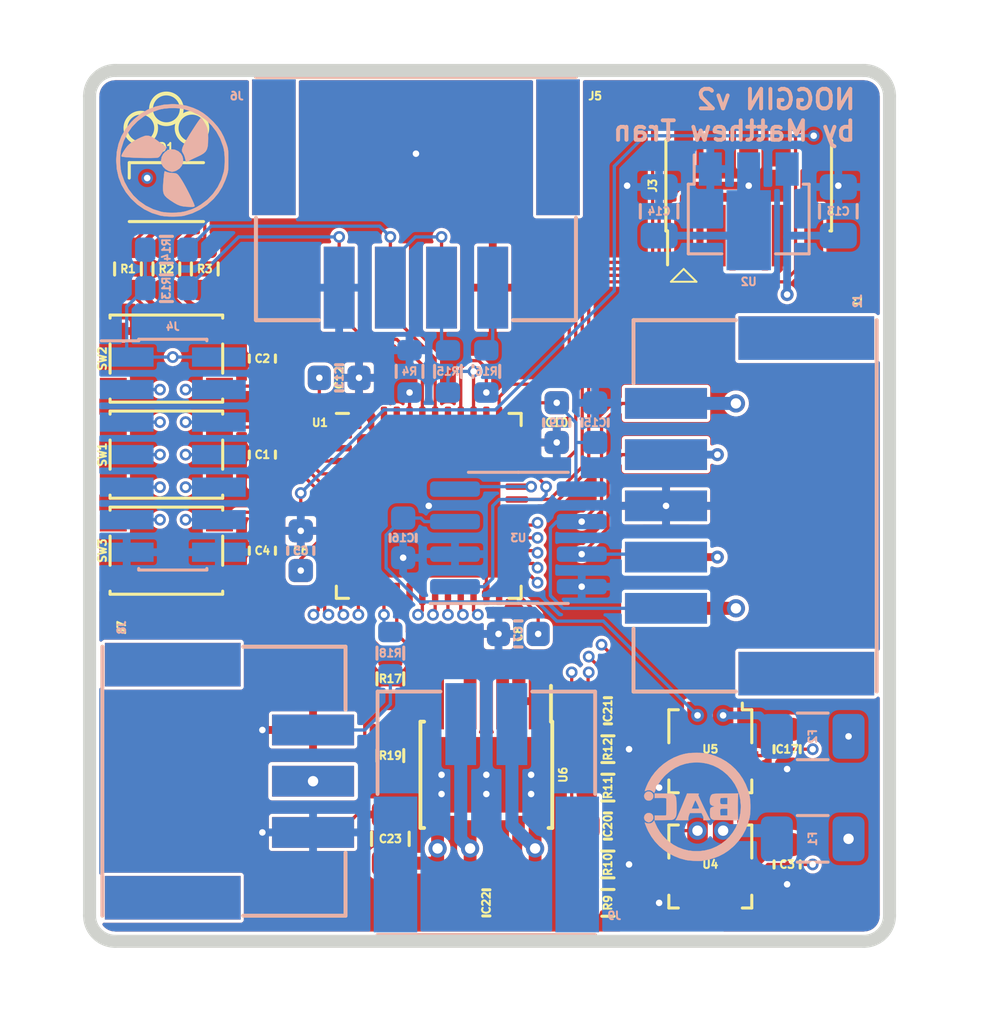
<source format=kicad_pcb>
(kicad_pcb (version 20171130) (host pcbnew "(5.1.7-0-10_14)")
  (layers (0 F.Cu signal) (1 In1.Cu signal) (2 In2.Cu signal) (31 B.Cu signal) (34 B.Paste user) (35 F.Paste user) (36 B.SilkS user) (37 F.SilkS user) (38 B.Mask user) (39 F.Mask user) (44 Edge.Cuts user))
  (net 0 "")
  (net 1 GND)
  (net 2 /DBG2)
  (net 3 /DBG1)
  (net 4 /RST)
  (net 5 +3V3)
  (net 6 +5V)
  (net 7 "Net-(D1-Pad4)")
  (net 8 "Net-(D1-Pad3)")
  (net 9 "Net-(D1-Pad2)")
  (net 10 "Net-(F1-Pad2)")
  (net 11 +12V)
  (net 12 "Net-(F2-Pad2)")
  (net 13 /CAN/CANH)
  (net 14 /CAN/CANL)
  (net 15 "/NOGGIN/PA9(UART_TX)")
  (net 16 "/NOGGIN/PA10(UART_RX)")
  (net 17 "Net-(J3-Pad6)")
  (net 18 /NOGGIN/SWCLK)
  (net 19 /NOGGIN/SWDIO)
  (net 20 /LED_B)
  (net 21 /LED_G)
  (net 22 /LED_R)
  (net 23 "Net-(R4-Pad1)")
  (net 24 /CAN_TX)
  (net 25 /CAN_RX)
  (net 26 /12v_Vsens)
  (net 27 /5v_Vsens)
  (net 28 /12v_Sens+)
  (net 29 /5v_Sens+)
  (net 30 /PB0)
  (net 31 /PB1)
  (net 32 /PB2)
  (net 33 /PB12)
  (net 34 /PB13)
  (net 35 /PB14)
  (net 36 /PB15)
  (net 37 /PA8)
  (net 38 /SCL)
  (net 39 /SDA)
  (net 40 "Net-(J6-Pad3)")
  (net 41 "Net-(J6-Pad4)")
  (net 42 "Net-(J7-Pad3)")
  (net 43 "Net-(J8-Pad3)")
  (net 44 "Net-(J9-Pad1)")
  (net 45 "Net-(J9-Pad2)")
  (net 46 /TX)
  (net 47 /RX)
  (net 48 /DAC1)
  (net 49 /DAC2)
  (net 50 "Net-(R19-Pad1)")
  (net 51 /motor_in2)
  (net 52 /motor_in1)
  (net 53 /5v_Isens)
  (net 54 /12v_Isens)
  (net 55 /PB10)
  (net 56 /PB11)
  (net 57 /NOGGIN/PB9)
  (net 58 /NOGGIN/PB8)
  (net 59 /NOGGIN/PB5)
  (net 60 /NOGGIN/PA15)
  (net 61 "Net-(U4-Pad5)")
  (net 62 "Net-(U5-Pad5)")
  (module extraparts:bac_logo (layer B.Cu) (at 160.5 111.75 180)
    (fp_text reference G*** hide)
    (fp_text value LOGO hide)
  )
  (module extraparts:auv_logo (layer B.Cu) (at 140 86.5 180)
    (fp_text reference G*** hide)
    (fp_text value LOGO hide)
  )
  (module extraparts:version_dots (layer F.Cu) (at 139.75 84.5)
    (fp_text reference " " (at 0 -1) (layer F.SilkS))
    (fp_text value version_dots)
    (pad "" smd circle (at -1 0.75) (size 1 1) (layers F.Cu F.Paste F.Mask))
    (pad "" smd circle (at 1 0.75) (size 1 1) (layers F.Cu F.Paste F.Mask))
    (pad "" smd circle (at 0 0) (size 1 1) (layers F.Cu F.Paste F.Mask))
  )
  (module Sensor_Current:Allegro_QFN-12-10-1EP_3x3mm_P0.5mm (layer F.Cu) (at 161 109.5 270)
    (fp_text reference U5 (at 0 0 180) (layer F.SilkS) (effects (font (size 0.3048 0.3048) (thickness 0.0762))))
    (fp_text value ACS70331)
    (pad 2 smd rect (at -0.785 0.7 315) (size 0.2828 0.2828) (layers F.Cu F.Paste F.Mask) (net 6 +5V))
    (pad 2 smd rect (at -0.685 0.4 270) (size 0.2 0.6) (layers F.Cu F.Paste F.Mask) (net 6 +5V))
    (pad 2 smd rect (at -1.32 0.5 270) (size 1.07 0.8) (layers F.Cu F.Paste F.Mask) (net 6 +5V))
    (pad 1 smd rect (at -0.785 -0.7 315) (size 0.2828 0.2828) (layers F.Cu F.Paste F.Mask) (net 29 /5v_Sens+))
    (pad 1 smd rect (at -0.685 -0.4 270) (size 0.2 0.6) (layers F.Cu F.Paste F.Mask) (net 29 /5v_Sens+))
    (pad 1 smd rect (at -1.32 -0.5 270) (size 1.07 0.8) (layers F.Cu F.Paste F.Mask) (net 29 /5v_Sens+))
    (pad 8 smd rect (at 1.43 -0.75 270) (size 0.85 0.3) (layers F.Cu F.Paste F.Mask) (net 53 /5v_Isens))
    (pad 7 smd rect (at 1.43 -0.25 270) (size 0.85 0.3) (layers F.Cu F.Paste F.Mask) (net 1 GND))
    (pad 6 smd rect (at 1.43 0.25 270) (size 0.85 0.3) (layers F.Cu F.Paste F.Mask) (net 1 GND))
    (pad 5 smd rect (at 1.43 0.75 270) (size 0.85 0.3) (layers F.Cu F.Paste F.Mask) (net 62 "Net-(U5-Pad5)"))
    (pad 4 smd rect (at 0.73 1.45 270) (size 0.3 0.85) (layers F.Cu F.Paste F.Mask) (net 1 GND))
    (pad 3 smd rect (at 0.23 1.45 270) (size 0.3 0.85) (layers F.Cu F.Paste F.Mask) (net 1 GND))
    (pad 9 smd rect (at 0.73 -1.45 270) (size 0.3 0.85) (layers F.Cu F.Paste F.Mask) (net 1 GND))
    (pad 10 smd rect (at 0.23 -1.45 270) (size 0.3 0.85) (layers F.Cu F.Paste F.Mask) (net 5 +3V3))
  )
  (module Sensor_Current:Allegro_QFN-12-10-1EP_3x3mm_P0.5mm (layer F.Cu) (at 161 114 270)
    (fp_text reference U4 (at 0 0 180) (layer F.SilkS) (effects (font (size 0.3048 0.3048) (thickness 0.0762))))
    (fp_text value ACS70331)
    (pad 2 smd rect (at -0.785 0.7 315) (size 0.2828 0.2828) (layers F.Cu F.Paste F.Mask) (net 11 +12V))
    (pad 2 smd rect (at -0.685 0.4 270) (size 0.2 0.6) (layers F.Cu F.Paste F.Mask) (net 11 +12V))
    (pad 2 smd rect (at -1.32 0.5 270) (size 1.07 0.8) (layers F.Cu F.Paste F.Mask) (net 11 +12V))
    (pad 1 smd rect (at -0.785 -0.7 315) (size 0.2828 0.2828) (layers F.Cu F.Paste F.Mask) (net 28 /12v_Sens+))
    (pad 1 smd rect (at -0.685 -0.4 270) (size 0.2 0.6) (layers F.Cu F.Paste F.Mask) (net 28 /12v_Sens+))
    (pad 1 smd rect (at -1.32 -0.5 270) (size 1.07 0.8) (layers F.Cu F.Paste F.Mask) (net 28 /12v_Sens+))
    (pad 8 smd rect (at 1.43 -0.75 270) (size 0.85 0.3) (layers F.Cu F.Paste F.Mask) (net 54 /12v_Isens))
    (pad 7 smd rect (at 1.43 -0.25 270) (size 0.85 0.3) (layers F.Cu F.Paste F.Mask) (net 1 GND))
    (pad 6 smd rect (at 1.43 0.25 270) (size 0.85 0.3) (layers F.Cu F.Paste F.Mask) (net 1 GND))
    (pad 5 smd rect (at 1.43 0.75 270) (size 0.85 0.3) (layers F.Cu F.Paste F.Mask) (net 61 "Net-(U4-Pad5)"))
    (pad 4 smd rect (at 0.73 1.45 270) (size 0.3 0.85) (layers F.Cu F.Paste F.Mask) (net 1 GND))
    (pad 3 smd rect (at 0.23 1.45 270) (size 0.3 0.85) (layers F.Cu F.Paste F.Mask) (net 1 GND))
    (pad 9 smd rect (at 0.73 -1.45 270) (size 0.3 0.85) (layers F.Cu F.Paste F.Mask) (net 1 GND))
    (pad 10 smd rect (at 0.23 -1.45 270) (size 0.3 0.85) (layers F.Cu F.Paste F.Mask) (net 5 +3V3))
  )
  (module Capacitor_SMD:C_0603_1608Metric (layer F.Cu) (at 164 109.5 270)
    (fp_text reference C17 (at 0 0 180) (layer F.SilkS) (effects (font (size 0.3048 0.3048) (thickness 0.0762))))
    (fp_text value 100n)
    (pad 2 smd roundrect (at 0.775 0 270) (size 0.9 0.95) (layers F.Cu F.Paste F.Mask) (net 1 GND))
    (pad 1 smd roundrect (at -0.775 0 270) (size 0.9 0.95) (layers F.Cu F.Paste F.Mask) (net 5 +3V3))
  )
  (module Capacitor_SMD:C_0603_1608Metric (layer F.Cu) (at 164 114 270)
    (fp_text reference C3 (at 0 0 180) (layer F.SilkS) (effects (font (size 0.3048 0.3048) (thickness 0.0762))))
    (fp_text value 100n)
    (pad 2 smd roundrect (at 0.775 0 270) (size 0.9 0.95) (layers F.Cu F.Paste F.Mask) (net 1 GND))
    (pad 1 smd roundrect (at -0.775 0 270) (size 0.9 0.95) (layers F.Cu F.Paste F.Mask) (net 5 +3V3))
  )
  (module Fuse:Fuse_1206_3216Metric (layer B.Cu) (at 165 113)
    (fp_text reference F1 (at 0 0 90) (layer B.SilkS) (effects (font (size 0.3048 0.3048) (thickness 0.0762)) (justify mirror)))
    (fp_text value 5A)
    (pad 2 smd roundrect (at 1.4 0) (size 1.25 1.75) (layers B.Cu B.Paste B.Mask) (roundrect_rratio 0.2) (net 10 "Net-(F1-Pad2)"))
    (pad 1 smd roundrect (at -1.4 0) (size 1.25 1.75) (layers B.Cu B.Paste B.Mask) (roundrect_rratio 0.2) (net 28 /12v_Sens+))
  )
  (module Package_SO:Texas_HTSOP-8-1EP_3.9x4.9mm_P1.27mm_EP2.95x4.9mm_Mask2.4x3.1mm_ThermalVias (layer F.Cu) (at 152.25 110.5 270)
    (fp_text reference U6 (at 0 -3 270) (layer F.SilkS) (effects (font (size 0.3048 0.3048) (thickness 0.0762))))
    (fp_text value DRV8871DDA)
    (pad 9 smd rect (at 0 0 270) (size 2.95 4.9) (layers F.Cu) (net 1 GND))
    (pad 8 smd rect (at 2.875 -1.905 270) (size 2.2 0.5) (layers F.Cu F.Paste F.Mask) (net 44 "Net-(J9-Pad1)"))
    (pad 7 smd rect (at 2.875 -0.635 270) (size 2.2 0.5) (layers F.Cu F.Paste F.Mask) (net 1 GND))
    (pad 6 smd rect (at 2.875 0.635 270) (size 2.2 0.5) (layers F.Cu F.Paste F.Mask) (net 45 "Net-(J9-Pad2)"))
    (pad 5 smd rect (at 2.875 1.905 270) (size 2.2 0.5) (layers F.Cu F.Paste F.Mask) (net 11 +12V))
    (pad 4 smd rect (at -2.875 1.905 270) (size 2.2 0.5) (layers F.Cu F.Paste F.Mask) (net 50 "Net-(R19-Pad1)"))
    (pad 3 smd rect (at -2.875 0.635 270) (size 2.2 0.5) (layers F.Cu F.Paste F.Mask) (net 52 /motor_in1))
    (pad 2 smd rect (at -2.875 -0.635 270) (size 2.2 0.5) (layers F.Cu F.Paste F.Mask) (net 51 /motor_in2))
    (pad 1 smd rect (at -2.875 -1.905 270) (size 2.2 0.5) (layers F.Cu F.Paste F.Mask) (net 1 GND))
  )
  (module Connector_PinSocket_1.27mm:PinSocket_2x07_P1.27mm_Vertical_SMD (layer B.Cu) (at 140 98 180)
    (fp_text reference J4 (at 0 5) (layer B.SilkS) (effects (font (size 0.3048 0.3048) (thickness 0.0762)) (justify mirror)))
    (fp_text value Extra)
    (pad 14 smd rect (at -1.8 -3.81 180) (size 2.1 0.75) (layers B.Cu B.Paste B.Mask) (net 1 GND))
    (pad 13 smd rect (at 1.8 -3.81 180) (size 2.1 0.75) (layers B.Cu B.Paste B.Mask) (net 1 GND))
    (pad 12 smd rect (at -1.8 -2.54 180) (size 2.1 0.75) (layers B.Cu B.Paste B.Mask) (net 30 /PB0))
    (pad 11 smd rect (at 1.8 -2.54 180) (size 2.1 0.75) (layers B.Cu B.Paste B.Mask) (net 31 /PB1))
    (pad 10 smd rect (at -1.8 -1.27 180) (size 2.1 0.75) (layers B.Cu B.Paste B.Mask) (net 32 /PB2))
    (pad 9 smd rect (at 1.8 -1.27 180) (size 2.1 0.75) (layers B.Cu B.Paste B.Mask) (net 55 /PB10))
    (pad 8 smd rect (at -1.8 0 180) (size 2.1 0.75) (layers B.Cu B.Paste B.Mask) (net 56 /PB11))
    (pad 7 smd rect (at 1.8 0 180) (size 2.1 0.75) (layers B.Cu B.Paste B.Mask) (net 33 /PB12))
    (pad 6 smd rect (at -1.8 1.27 180) (size 2.1 0.75) (layers B.Cu B.Paste B.Mask) (net 34 /PB13))
    (pad 5 smd rect (at 1.8 1.27 180) (size 2.1 0.75) (layers B.Cu B.Paste B.Mask) (net 35 /PB14))
    (pad 4 smd rect (at -1.8 2.54 180) (size 2.1 0.75) (layers B.Cu B.Paste B.Mask) (net 36 /PB15))
    (pad 3 smd rect (at 1.8 2.54 180) (size 2.1 0.75) (layers B.Cu B.Paste B.Mask) (net 37 /PA8))
    (pad 2 smd rect (at -1.8 3.81 180) (size 2.1 0.75) (layers B.Cu B.Paste B.Mask) (net 5 +3V3))
    (pad 1 smd rect (at 1.8 3.81 180) (size 2.1 0.75) (layers B.Cu B.Paste B.Mask) (net 5 +3V3))
  )
  (module Resistor_SMD:R_0603_1608Metric (layer F.Cu) (at 148.5 109.75 270)
    (fp_text reference R19 (at 0 0 180) (layer F.SilkS) (effects (font (size 0.3048 0.3048) (thickness 0.0762))))
    (fp_text value 22k)
    (pad 2 smd roundrect (at 0.825 0 270) (size 0.8 0.95) (layers F.Cu F.Paste F.Mask) (net 1 GND))
    (pad 1 smd roundrect (at -0.825 0 270) (size 0.8 0.95) (layers F.Cu F.Paste F.Mask) (net 50 "Net-(R19-Pad1)"))
  )
  (module Resistor_SMD:R_0603_1608Metric (layer B.Cu) (at 148.5 105.75 90)
    (fp_text reference R18 (at 0 0 180) (layer B.SilkS) (effects (font (size 0.3048 0.3048) (thickness 0.0762)) (justify mirror)))
    (fp_text value 22)
    (pad 2 smd roundrect (at 0.825 0 90) (size 0.8 0.95) (layers B.Cu B.Paste B.Mask) (net 49 /DAC2))
    (pad 1 smd roundrect (at -0.825 0 90) (size 0.8 0.95) (layers B.Cu B.Paste B.Mask) (net 43 "Net-(J8-Pad3)"))
  )
  (module Resistor_SMD:R_0603_1608Metric (layer F.Cu) (at 148.5 106.75 90)
    (fp_text reference R17 (at 0 0 180) (layer F.SilkS) (effects (font (size 0.3048 0.3048) (thickness 0.0762))))
    (fp_text value 22)
    (pad 2 smd roundrect (at 0.825 0 90) (size 0.8 0.95) (layers F.Cu F.Paste F.Mask) (net 48 /DAC1))
    (pad 1 smd roundrect (at -0.825 0 90) (size 0.8 0.95) (layers F.Cu F.Paste F.Mask) (net 42 "Net-(J7-Pad3)"))
  )
  (module Resistor_SMD:R_0603_1608Metric (layer B.Cu) (at 152.25 94.75 270)
    (fp_text reference R16 (at 0 0 180) (layer B.SilkS) (effects (font (size 0.3048 0.3048) (thickness 0.0762)) (justify mirror)))
    (fp_text value 22)
    (pad 2 smd roundrect (at 0.825 0 270) (size 0.8 0.95) (layers B.Cu B.Paste B.Mask) (net 47 /RX))
    (pad 1 smd roundrect (at -0.825 0 270) (size 0.8 0.95) (layers B.Cu B.Paste B.Mask) (net 41 "Net-(J6-Pad4)"))
  )
  (module Resistor_SMD:R_0603_1608Metric (layer B.Cu) (at 150.75 94.75 270)
    (fp_text reference R15 (at 0 0) (layer B.SilkS) (effects (font (size 0.3048 0.3048) (thickness 0.0762)) (justify mirror)))
    (fp_text value 22)
    (pad 2 smd roundrect (at 0.825 0 270) (size 0.8 0.95) (layers B.Cu B.Paste B.Mask) (net 46 /TX))
    (pad 1 smd roundrect (at -0.825 0 270) (size 0.8 0.95) (layers B.Cu B.Paste B.Mask) (net 40 "Net-(J6-Pad3)"))
  )
  (module Resistor_SMD:R_0603_1608Metric (layer B.Cu) (at 139.75 90)
    (fp_text reference R14 (at 0 0 90) (layer B.SilkS) (effects (font (size 0.3048 0.3048) (thickness 0.0762)) (justify mirror)))
    (fp_text value 2.2k)
    (pad 2 smd roundrect (at 0.825 0) (size 0.8 0.95) (layers B.Cu B.Paste B.Mask) (net 38 /SCL))
    (pad 1 smd roundrect (at -0.825 0) (size 0.8 0.95) (layers B.Cu B.Paste B.Mask) (net 5 +3V3))
  )
  (module Resistor_SMD:R_0603_1608Metric (layer B.Cu) (at 139.75 91.5)
    (fp_text reference R13 (at 0 0 90) (layer B.SilkS) (effects (font (size 0.3048 0.3048) (thickness 0.0762)) (justify mirror)))
    (fp_text value 2.2k)
    (pad 2 smd roundrect (at 0.825 0) (size 0.8 0.95) (layers B.Cu B.Paste B.Mask) (net 39 /SDA))
    (pad 1 smd roundrect (at -0.825 0) (size 0.8 0.95) (layers B.Cu B.Paste B.Mask) (net 5 +3V3))
  )
  (module Resistor_SMD:R_0603_1608Metric (layer F.Cu) (at 157 109.5)
    (fp_text reference R12 (at 0 0 90) (layer F.SilkS) (effects (font (size 0.3048 0.3048) (thickness 0.0762))))
    (fp_text value 10k)
    (pad 2 smd roundrect (at 0.825 0) (size 0.8 0.95) (layers F.Cu F.Paste F.Mask) (net 1 GND))
    (pad 1 smd roundrect (at -0.825 0) (size 0.8 0.95) (layers F.Cu F.Paste F.Mask) (net 27 /5v_Vsens))
  )
  (module Resistor_SMD:R_0603_1608Metric (layer F.Cu) (at 157 111 180)
    (fp_text reference R11 (at 0 0 90) (layer F.SilkS) (effects (font (size 0.3048 0.3048) (thickness 0.0762))))
    (fp_text value 47k)
    (pad 2 smd roundrect (at 0.825 0 180) (size 0.8 0.95) (layers F.Cu F.Paste F.Mask) (net 27 /5v_Vsens))
    (pad 1 smd roundrect (at -0.825 0 180) (size 0.8 0.95) (layers F.Cu F.Paste F.Mask) (net 6 +5V))
  )
  (module Resistor_SMD:R_0603_1608Metric (layer F.Cu) (at 157 114)
    (fp_text reference R10 (at 0 0 90) (layer F.SilkS) (effects (font (size 0.3048 0.3048) (thickness 0.0762))))
    (fp_text value 10k)
    (pad 2 smd roundrect (at 0.825 0) (size 0.8 0.95) (layers F.Cu F.Paste F.Mask) (net 1 GND))
    (pad 1 smd roundrect (at -0.825 0) (size 0.8 0.95) (layers F.Cu F.Paste F.Mask) (net 26 /12v_Vsens))
  )
  (module Resistor_SMD:R_0603_1608Metric (layer F.Cu) (at 157 115.5 180)
    (fp_text reference R9 (at 0 0 90) (layer F.SilkS) (effects (font (size 0.3048 0.3048) (thickness 0.0762))))
    (fp_text value 100k)
    (pad 2 smd roundrect (at 0.825 0 180) (size 0.8 0.95) (layers F.Cu F.Paste F.Mask) (net 26 /12v_Vsens))
    (pad 1 smd roundrect (at -0.825 0 180) (size 0.8 0.95) (layers F.Cu F.Paste F.Mask) (net 11 +12V))
  )
  (module extraparts:Molex_DuraClik_RH_2pin (layer B.Cu) (at 152.25 116.75 180)
    (fp_text reference J9 (at -5 0.75) (layer B.SilkS) (effects (font (size 0.3048 0.3048) (thickness 0.0762)) (justify mirror)))
    (fp_text value MOTOR)
    (pad 1 smd rect (at -1 8.23 180) (size 1.2 3.2) (layers B.Cu B.Paste B.Mask) (net 44 "Net-(J9-Pad1)"))
    (pad MP smd rect (at -3.55 2.75 180) (size 1.7 5.3) (layers B.Cu B.Paste B.Mask))
    (pad 2 smd rect (at 1 8.23 180) (size 1.2 3.2) (layers B.Cu B.Paste B.Mask) (net 45 "Net-(J9-Pad2)"))
    (pad MP smd rect (at 3.55 2.75 180) (size 1.7 5.3) (layers B.Cu B.Paste B.Mask))
  )
  (module extraparts:Molex_DuraClik_RH_3pin (layer B.Cu) (at 137.25 110.75 90)
    (fp_text reference J8 (at 6 0.75 90) (layer B.SilkS) (effects (font (size 0.3048 0.3048) (thickness 0.0762)) (justify mirror)))
    (fp_text value DAC2)
    (pad 1 smd rect (at -2 8.23 90) (size 1.2 3.2) (layers B.Cu B.Paste B.Mask) (net 1 GND))
    (pad MP smd rect (at -4.55 2.75 90) (size 1.7 5.3) (layers B.Cu B.Paste B.Mask))
    (pad 2 smd rect (at 0 8.23 90) (size 1.2 3.2) (layers B.Cu B.Paste B.Mask) (net 11 +12V))
    (pad MP smd rect (at 4.55 2.75 90) (size 1.7 5.3) (layers B.Cu B.Paste B.Mask))
    (pad 3 smd rect (at 2 8.23 90) (size 1.2 3.2) (layers B.Cu B.Paste B.Mask) (net 43 "Net-(J8-Pad3)"))
  )
  (module extraparts:Molex_DuraClik_RH_3pin (layer F.Cu) (at 137.25 110.75 270)
    (fp_text reference J7 (at -6 -0.75 90) (layer F.SilkS) (effects (font (size 0.3048 0.3048) (thickness 0.0762))))
    (fp_text value DAC1)
    (pad 1 smd rect (at -2 -8.23 270) (size 1.2 3.2) (layers F.Cu F.Paste F.Mask) (net 1 GND))
    (pad MP smd rect (at -4.55 -2.75 270) (size 1.7 5.3) (layers F.Cu F.Paste F.Mask))
    (pad 2 smd rect (at 0 -8.23 270) (size 1.2 3.2) (layers F.Cu F.Paste F.Mask) (net 11 +12V))
    (pad MP smd rect (at 4.55 -2.75 270) (size 1.7 5.3) (layers F.Cu F.Paste F.Mask))
    (pad 3 smd rect (at 2 -8.23 270) (size 1.2 3.2) (layers F.Cu F.Paste F.Mask) (net 42 "Net-(J7-Pad3)"))
  )
  (module extraparts:Molex_DuraClik_RH_4pin (layer B.Cu) (at 149.5 83.25)
    (fp_text reference J6 (at -7 0.75) (layer B.SilkS) (effects (font (size 0.3048 0.3048) (thickness 0.0762)) (justify mirror)))
    (fp_text value UART)
    (pad 2 smd rect (at -1 8.23) (size 1.2 3.2) (layers B.Cu B.Paste B.Mask) (net 5 +3V3))
    (pad 1 smd rect (at -3 8.23) (size 1.2 3.2) (layers B.Cu B.Paste B.Mask) (net 1 GND))
    (pad MP smd rect (at -5.55 2.75) (size 1.7 5.3) (layers B.Cu B.Paste B.Mask))
    (pad 3 smd rect (at 1 8.23) (size 1.2 3.2) (layers B.Cu B.Paste B.Mask) (net 40 "Net-(J6-Pad3)"))
    (pad MP smd rect (at 5.55 2.75) (size 1.7 5.3) (layers B.Cu B.Paste B.Mask))
    (pad 4 smd rect (at 3 8.23) (size 1.2 3.2) (layers B.Cu B.Paste B.Mask) (net 41 "Net-(J6-Pad4)"))
  )
  (module extraparts:Molex_DuraClik_RH_4pin (layer F.Cu) (at 149.5 83.25 180)
    (fp_text reference J5 (at -7 -0.75 180) (layer F.SilkS) (effects (font (size 0.3048 0.3048) (thickness 0.0762))))
    (fp_text value I2C)
    (pad 2 smd rect (at -1 -8.23 180) (size 1.2 3.2) (layers F.Cu F.Paste F.Mask) (net 5 +3V3))
    (pad 1 smd rect (at -3 -8.23 180) (size 1.2 3.2) (layers F.Cu F.Paste F.Mask) (net 1 GND))
    (pad MP smd rect (at -5.55 -2.75 180) (size 1.7 5.3) (layers F.Cu F.Paste F.Mask))
    (pad 3 smd rect (at 1 -8.23 180) (size 1.2 3.2) (layers F.Cu F.Paste F.Mask) (net 38 /SCL))
    (pad MP smd rect (at 5.55 -2.75 180) (size 1.7 5.3) (layers F.Cu F.Paste F.Mask))
    (pad 4 smd rect (at 3 -8.23 180) (size 1.2 3.2) (layers F.Cu F.Paste F.Mask) (net 39 /SDA))
  )
  (module extraparts:Molex_DuraClik_RH_5pin (layer B.Cu) (at 167.5 100 270)
    (fp_text reference J2 (at -8 0.75 90) (layer B.SilkS) (effects (font (size 0.3048 0.3048) (thickness 0.0762)) (justify mirror)))
    (fp_text value CAN)
    (pad 4 smd rect (at 2 8.23 270) (size 1.2 3.2) (layers B.Cu B.Paste B.Mask) (net 13 /CAN/CANH))
    (pad 3 smd rect (at 0 8.23 270) (size 1.2 3.2) (layers B.Cu B.Paste B.Mask) (net 1 GND))
    (pad 1 smd rect (at -4 8.23 270) (size 1.2 3.2) (layers B.Cu B.Paste B.Mask) (net 10 "Net-(F1-Pad2)"))
    (pad MP smd rect (at -6.55 2.75 270) (size 1.7 5.3) (layers B.Cu B.Paste B.Mask))
    (pad 2 smd rect (at -2 8.23 270) (size 1.2 3.2) (layers B.Cu B.Paste B.Mask) (net 12 "Net-(F2-Pad2)"))
    (pad MP smd rect (at 6.55 2.75 270) (size 1.7 5.3) (layers B.Cu B.Paste B.Mask))
    (pad 5 smd rect (at 4 8.23 270) (size 1.2 3.2) (layers B.Cu B.Paste B.Mask) (net 14 /CAN/CANL))
  )
  (module extraparts:Molex_DuraClik_RH_5pin (layer F.Cu) (at 167.5 100 90)
    (fp_text reference J1 (at 8 -0.75 270) (layer F.SilkS) (effects (font (size 0.3048 0.3048) (thickness 0.0762))))
    (fp_text value CAN)
    (pad 4 smd rect (at 2 -8.23 90) (size 1.2 3.2) (layers F.Cu F.Paste F.Mask) (net 13 /CAN/CANH))
    (pad 3 smd rect (at 0 -8.23 90) (size 1.2 3.2) (layers F.Cu F.Paste F.Mask) (net 1 GND))
    (pad 1 smd rect (at -4 -8.23 90) (size 1.2 3.2) (layers F.Cu F.Paste F.Mask) (net 10 "Net-(F1-Pad2)"))
    (pad MP smd rect (at -6.55 -2.75 90) (size 1.7 5.3) (layers F.Cu F.Paste F.Mask))
    (pad 2 smd rect (at -2 -8.23 90) (size 1.2 3.2) (layers F.Cu F.Paste F.Mask) (net 12 "Net-(F2-Pad2)"))
    (pad MP smd rect (at 6.55 -2.75 90) (size 1.7 5.3) (layers F.Cu F.Paste F.Mask))
    (pad 5 smd rect (at 4 -8.23 90) (size 1.2 3.2) (layers F.Cu F.Paste F.Mask) (net 14 /CAN/CANL))
  )
  (module Capacitor_SMD:C_0805_2012Metric (layer F.Cu) (at 148.5 113 90)
    (fp_text reference C23 (at 0 0 180) (layer F.SilkS) (effects (font (size 0.3048 0.3048) (thickness 0.0762))))
    (fp_text value 10u)
    (pad 2 smd roundrect (at 0.95 0 90) (size 1 1.45) (layers F.Cu F.Paste F.Mask) (net 1 GND))
    (pad 1 smd roundrect (at -0.95 0 90) (size 1 1.45) (layers F.Cu F.Paste F.Mask) (net 11 +12V))
  )
  (module Capacitor_SMD:C_0603_1608Metric (layer F.Cu) (at 152.25 115.5)
    (fp_text reference C22 (at 0 0 90) (layer F.SilkS) (effects (font (size 0.3048 0.3048) (thickness 0.0762))))
    (fp_text value 100n)
    (pad 2 smd roundrect (at 0.775 0) (size 0.9 0.95) (layers F.Cu F.Paste F.Mask) (net 1 GND))
    (pad 1 smd roundrect (at -0.775 0) (size 0.9 0.95) (layers F.Cu F.Paste F.Mask) (net 11 +12V))
  )
  (module Capacitor_SMD:C_0603_1608Metric (layer F.Cu) (at 157 108 180)
    (fp_text reference C21 (at 0 0 90) (layer F.SilkS) (effects (font (size 0.3048 0.3048) (thickness 0.0762))))
    (fp_text value 100n)
    (pad 2 smd roundrect (at 0.775 0 180) (size 0.9 0.95) (layers F.Cu F.Paste F.Mask) (net 27 /5v_Vsens))
    (pad 1 smd roundrect (at -0.775 0 180) (size 0.9 0.95) (layers F.Cu F.Paste F.Mask) (net 1 GND))
  )
  (module Capacitor_SMD:C_0603_1608Metric (layer F.Cu) (at 157 112.5 180)
    (fp_text reference C20 (at 0 0 90) (layer F.SilkS) (effects (font (size 0.3048 0.3048) (thickness 0.0762))))
    (fp_text value 100n)
    (pad 2 smd roundrect (at 0.775 0 180) (size 0.9 0.95) (layers F.Cu F.Paste F.Mask) (net 26 /12v_Vsens))
    (pad 1 smd roundrect (at -0.775 0 180) (size 0.9 0.95) (layers F.Cu F.Paste F.Mask) (net 1 GND))
  )
  (module Package_SO:SOIC-8_3.9x4.9mm_P1.27mm (layer B.Cu) (at 153.5 101.25)
    (fp_text reference U3 (at 0 0) (layer B.SilkS) (effects (font (size 0.3048 0.3048) (thickness 0.0762)) (justify mirror)))
    (fp_text value ATA6561)
    (pad 8 smd roundrect (at 2.475 1.905) (size 1.95 0.6) (layers B.Cu B.Paste B.Mask) (net 1 GND))
    (pad 7 smd roundrect (at 2.475 0.635) (size 1.95 0.6) (layers B.Cu B.Paste B.Mask) (net 13 /CAN/CANH))
    (pad 6 smd roundrect (at 2.475 -0.635) (size 1.95 0.6) (layers B.Cu B.Paste B.Mask) (net 14 /CAN/CANL))
    (pad 5 smd roundrect (at 2.475 -1.905) (size 1.95 0.6) (layers B.Cu B.Paste B.Mask) (net 5 +3V3))
    (pad 4 smd roundrect (at -2.475 -1.905) (size 1.95 0.6) (layers B.Cu B.Paste B.Mask) (net 25 /CAN_RX))
    (pad 3 smd roundrect (at -2.475 -0.635) (size 1.95 0.6) (layers B.Cu B.Paste B.Mask) (net 6 +5V))
    (pad 2 smd roundrect (at -2.475 0.635) (size 1.95 0.6) (layers B.Cu B.Paste B.Mask) (net 1 GND))
    (pad 1 smd roundrect (at -2.475 1.905) (size 1.95 0.6) (layers B.Cu B.Paste B.Mask) (net 24 /CAN_TX))
  )
  (module Package_TO_SOT_SMD:SOT-89-3 (layer B.Cu) (at 162.5 88.5 270)
    (fp_text reference U2 (at 2.75 0 180) (layer B.SilkS) (effects (font (size 0.3048 0.3048) (thickness 0.0762)) (justify mirror)))
    (fp_text value AZ1117-3.3)
    (pad 2 smd custom (at -1.5625 0 270) (size 1.475 0.9) (layers B.Cu B.Paste B.Mask) (net 5 +3V3) (options (clearance outline) (anchor rect)) (primitives (gr_poly (pts (xy 0.7375 0.8665) (xy 3.8625 0.8665) (xy 3.8625 -0.8665) (xy 0.7375 -0.8665)) (width 0))))
    (pad 3 smd rect (at -1.65 -1.5 270) (size 1.3 0.9) (layers B.Cu B.Paste B.Mask) (net 6 +5V))
    (pad 1 smd rect (at -1.65 1.5 270) (size 1.3 0.9) (layers B.Cu B.Paste B.Mask) (net 1 GND))
  )
  (module Package_DFN_QFN:QFN-48-1EP_7x7mm_P0.5mm_EP5.6x5.6mm (layer F.Cu) (at 150 100)
    (fp_text reference U1 (at -4.25 -3.25) (layer F.SilkS) (effects (font (size 0.3048 0.3048) (thickness 0.0762))))
    (fp_text value STM32F072CBUx)
    (pad 49 smd rect (at 0 0) (size 5.6 5.6) (layers F.Cu F.Mask) (net 1 GND))
    (pad 48 smd roundrect (at -2.75 -3.4375) (size 0.25 0.875) (layers F.Cu F.Paste F.Mask) (net 5 +3V3))
    (pad 47 smd roundrect (at -2.25 -3.4375) (size 0.25 0.875) (layers F.Cu F.Paste F.Mask) (net 1 GND))
    (pad 46 smd roundrect (at -1.75 -3.4375) (size 0.25 0.875) (layers F.Cu F.Paste F.Mask) (net 57 /NOGGIN/PB9))
    (pad 45 smd roundrect (at -1.25 -3.4375) (size 0.25 0.875) (layers F.Cu F.Paste F.Mask) (net 58 /NOGGIN/PB8))
    (pad 44 smd roundrect (at -0.75 -3.4375) (size 0.25 0.875) (layers F.Cu F.Paste F.Mask) (net 23 "Net-(R4-Pad1)"))
    (pad 43 smd roundrect (at -0.25 -3.4375) (size 0.25 0.875) (layers F.Cu F.Paste F.Mask) (net 39 /SDA))
    (pad 42 smd roundrect (at 0.25 -3.4375) (size 0.25 0.875) (layers F.Cu F.Paste F.Mask) (net 38 /SCL))
    (pad 41 smd roundrect (at 0.75 -3.4375) (size 0.25 0.875) (layers F.Cu F.Paste F.Mask) (net 59 /NOGGIN/PB5))
    (pad 40 smd roundrect (at 1.25 -3.4375) (size 0.25 0.875) (layers F.Cu F.Paste F.Mask) (net 47 /RX))
    (pad 39 smd roundrect (at 1.75 -3.4375) (size 0.25 0.875) (layers F.Cu F.Paste F.Mask) (net 46 /TX))
    (pad 38 smd roundrect (at 2.25 -3.4375) (size 0.25 0.875) (layers F.Cu F.Paste F.Mask) (net 60 /NOGGIN/PA15))
    (pad 37 smd roundrect (at 2.75 -3.4375) (size 0.25 0.875) (layers F.Cu F.Paste F.Mask) (net 18 /NOGGIN/SWCLK))
    (pad 36 smd roundrect (at 3.4375 -2.75) (size 0.875 0.25) (layers F.Cu F.Paste F.Mask) (net 5 +3V3))
    (pad 35 smd roundrect (at 3.4375 -2.25) (size 0.875 0.25) (layers F.Cu F.Paste F.Mask) (net 1 GND))
    (pad 34 smd roundrect (at 3.4375 -1.75) (size 0.875 0.25) (layers F.Cu F.Paste F.Mask) (net 19 /NOGGIN/SWDIO))
    (pad 33 smd roundrect (at 3.4375 -1.25) (size 0.875 0.25) (layers F.Cu F.Paste F.Mask) (net 24 /CAN_TX))
    (pad 32 smd roundrect (at 3.4375 -0.75) (size 0.875 0.25) (layers F.Cu F.Paste F.Mask) (net 25 /CAN_RX))
    (pad 31 smd roundrect (at 3.4375 -0.25) (size 0.875 0.25) (layers F.Cu F.Paste F.Mask) (net 16 "/NOGGIN/PA10(UART_RX)"))
    (pad 30 smd roundrect (at 3.4375 0.25) (size 0.875 0.25) (layers F.Cu F.Paste F.Mask) (net 15 "/NOGGIN/PA9(UART_TX)"))
    (pad 29 smd roundrect (at 3.4375 0.75) (size 0.875 0.25) (layers F.Cu F.Paste F.Mask) (net 37 /PA8))
    (pad 28 smd roundrect (at 3.4375 1.25) (size 0.875 0.25) (layers F.Cu F.Paste F.Mask) (net 36 /PB15))
    (pad 27 smd roundrect (at 3.4375 1.75) (size 0.875 0.25) (layers F.Cu F.Paste F.Mask) (net 35 /PB14))
    (pad 26 smd roundrect (at 3.4375 2.25) (size 0.875 0.25) (layers F.Cu F.Paste F.Mask) (net 34 /PB13))
    (pad 25 smd roundrect (at 3.4375 2.75) (size 0.875 0.25) (layers F.Cu F.Paste F.Mask) (net 33 /PB12))
    (pad 24 smd roundrect (at 2.75 3.4375) (size 0.25 0.875) (layers F.Cu F.Paste F.Mask) (net 5 +3V3))
    (pad 23 smd roundrect (at 2.25 3.4375) (size 0.25 0.875) (layers F.Cu F.Paste F.Mask) (net 1 GND))
    (pad 22 smd roundrect (at 1.75 3.4375) (size 0.25 0.875) (layers F.Cu F.Paste F.Mask) (net 56 /PB11))
    (pad 21 smd roundrect (at 1.25 3.4375) (size 0.25 0.875) (layers F.Cu F.Paste F.Mask) (net 55 /PB10))
    (pad 20 smd roundrect (at 0.75 3.4375) (size 0.25 0.875) (layers F.Cu F.Paste F.Mask) (net 32 /PB2))
    (pad 19 smd roundrect (at 0.25 3.4375) (size 0.25 0.875) (layers F.Cu F.Paste F.Mask) (net 31 /PB1))
    (pad 18 smd roundrect (at -0.25 3.4375) (size 0.25 0.875) (layers F.Cu F.Paste F.Mask) (net 30 /PB0))
    (pad 17 smd roundrect (at -0.75 3.4375) (size 0.25 0.875) (layers F.Cu F.Paste F.Mask) (net 51 /motor_in2))
    (pad 16 smd roundrect (at -1.25 3.4375) (size 0.25 0.875) (layers F.Cu F.Paste F.Mask) (net 52 /motor_in1))
    (pad 15 smd roundrect (at -1.75 3.4375) (size 0.25 0.875) (layers F.Cu F.Paste F.Mask) (net 49 /DAC2))
    (pad 14 smd roundrect (at -2.25 3.4375) (size 0.25 0.875) (layers F.Cu F.Paste F.Mask) (net 48 /DAC1))
    (pad 13 smd roundrect (at -2.75 3.4375) (size 0.25 0.875) (layers F.Cu F.Paste F.Mask) (net 53 /5v_Isens))
    (pad 12 smd roundrect (at -3.4375 2.75) (size 0.875 0.25) (layers F.Cu F.Paste F.Mask) (net 54 /12v_Isens))
    (pad 11 smd roundrect (at -3.4375 2.25) (size 0.875 0.25) (layers F.Cu F.Paste F.Mask) (net 27 /5v_Vsens))
    (pad 10 smd roundrect (at -3.4375 1.75) (size 0.875 0.25) (layers F.Cu F.Paste F.Mask) (net 26 /12v_Vsens))
    (pad 9 smd roundrect (at -3.4375 1.25) (size 0.875 0.25) (layers F.Cu F.Paste F.Mask) (net 5 +3V3))
    (pad 8 smd roundrect (at -3.4375 0.75) (size 0.875 0.25) (layers F.Cu F.Paste F.Mask) (net 1 GND))
    (pad 7 smd roundrect (at -3.4375 0.25) (size 0.875 0.25) (layers F.Cu F.Paste F.Mask) (net 4 /RST))
    (pad 6 smd roundrect (at -3.4375 -0.25) (size 0.875 0.25) (layers F.Cu F.Paste F.Mask) (net 2 /DBG2))
    (pad 5 smd roundrect (at -3.4375 -0.75) (size 0.875 0.25) (layers F.Cu F.Paste F.Mask) (net 3 /DBG1))
    (pad 4 smd roundrect (at -3.4375 -1.25) (size 0.875 0.25) (layers F.Cu F.Paste F.Mask) (net 20 /LED_B))
    (pad 3 smd roundrect (at -3.4375 -1.75) (size 0.875 0.25) (layers F.Cu F.Paste F.Mask) (net 21 /LED_G))
    (pad 2 smd roundrect (at -3.4375 -2.25) (size 0.875 0.25) (layers F.Cu F.Paste F.Mask) (net 22 /LED_R))
    (pad 1 smd roundrect (at -3.4375 -2.75) (size 0.875 0.25) (layers F.Cu F.Paste F.Mask) (net 5 +3V3))
  )
  (module Button_Switch_SMD:SW_SPST_PTS810 (layer F.Cu) (at 139.75 101.75)
    (fp_text reference SW3 (at -2.5 0 90) (layer F.SilkS) (effects (font (size 0.3048 0.3048) (thickness 0.0762))))
    (fp_text value RST)
    (pad 2 smd rect (at 2.075 1.075) (size 1.05 0.65) (layers F.Cu F.Paste F.Mask) (net 1 GND))
    (pad 2 smd rect (at -2.075 1.075) (size 1.05 0.65) (layers F.Cu F.Paste F.Mask) (net 1 GND))
    (pad 1 smd rect (at 2.075 -1.075) (size 1.05 0.65) (layers F.Cu F.Paste F.Mask) (net 4 /RST))
    (pad "" smd rect (at -2.075 -1.075) (size 1.05 0.65) (layers F.Cu F.Paste F.Mask))
  )
  (module Button_Switch_SMD:SW_SPST_PTS810 (layer F.Cu) (at 139.75 94.25 180)
    (fp_text reference SW2 (at 2.5 0 90) (layer F.SilkS) (effects (font (size 0.3048 0.3048) (thickness 0.0762))))
    (fp_text value DBG1)
    (pad 2 smd rect (at 2.075 1.075 180) (size 1.05 0.65) (layers F.Cu F.Paste F.Mask) (net 1 GND))
    (pad 2 smd rect (at -2.075 1.075 180) (size 1.05 0.65) (layers F.Cu F.Paste F.Mask) (net 1 GND))
    (pad "" smd rect (at 2.075 -1.075 180) (size 1.05 0.65) (layers F.Cu F.Paste F.Mask))
    (pad 1 smd rect (at -2.075 -1.075 180) (size 1.05 0.65) (layers F.Cu F.Paste F.Mask) (net 3 /DBG1))
  )
  (module Button_Switch_SMD:SW_SPST_PTS810 (layer F.Cu) (at 139.75 98)
    (fp_text reference SW1 (at -2.5 0 90) (layer F.SilkS) (effects (font (size 0.3048 0.3048) (thickness 0.0762))))
    (fp_text value DBG2)
    (pad 2 smd rect (at 2.075 1.075) (size 1.05 0.65) (layers F.Cu F.Paste F.Mask) (net 1 GND))
    (pad 2 smd rect (at -2.075 1.075) (size 1.05 0.65) (layers F.Cu F.Paste F.Mask) (net 1 GND))
    (pad 1 smd rect (at 2.075 -1.075) (size 1.05 0.65) (layers F.Cu F.Paste F.Mask) (net 2 /DBG2))
    (pad "" smd rect (at -2.075 -1.075) (size 1.05 0.65) (layers F.Cu F.Paste F.Mask))
  )
  (module Resistor_SMD:R_0603_1608Metric (layer B.Cu) (at 149.25 94.75 90)
    (fp_text reference R4 (at 0 0 180) (layer B.SilkS) (effects (font (size 0.3048 0.3048) (thickness 0.0762)) (justify mirror)))
    (fp_text value 100k)
    (pad 2 smd roundrect (at 0.825 0 90) (size 0.8 0.95) (layers B.Cu B.Paste B.Mask) (net 1 GND))
    (pad 1 smd roundrect (at -0.825 0 90) (size 0.8 0.95) (layers B.Cu B.Paste B.Mask) (net 23 "Net-(R4-Pad1)"))
  )
  (module Resistor_SMD:R_0603_1608Metric (layer F.Cu) (at 141.25 90.75 90)
    (fp_text reference R3 (at 0 0 180) (layer F.SilkS) (effects (font (size 0.3048 0.3048) (thickness 0.0762))))
    (fp_text value 47)
    (pad 2 smd roundrect (at 0.825 0 90) (size 0.8 0.95) (layers F.Cu F.Paste F.Mask) (net 9 "Net-(D1-Pad2)"))
    (pad 1 smd roundrect (at -0.825 0 90) (size 0.8 0.95) (layers F.Cu F.Paste F.Mask) (net 22 /LED_R))
  )
  (module Resistor_SMD:R_0603_1608Metric (layer F.Cu) (at 139.75 90.75 90)
    (fp_text reference R2 (at 0 0 180) (layer F.SilkS) (effects (font (size 0.3048 0.3048) (thickness 0.0762))))
    (fp_text value 47)
    (pad 2 smd roundrect (at 0.825 0 90) (size 0.8 0.95) (layers F.Cu F.Paste F.Mask) (net 8 "Net-(D1-Pad3)"))
    (pad 1 smd roundrect (at -0.825 0 90) (size 0.8 0.95) (layers F.Cu F.Paste F.Mask) (net 21 /LED_G))
  )
  (module Resistor_SMD:R_0603_1608Metric (layer F.Cu) (at 138.25 90.75 90)
    (fp_text reference R1 (at 0 0 180) (layer F.SilkS) (effects (font (size 0.3048 0.3048) (thickness 0.0762))))
    (fp_text value 47)
    (pad 2 smd roundrect (at 0.825 0 90) (size 0.8 0.95) (layers F.Cu F.Paste F.Mask) (net 7 "Net-(D1-Pad4)"))
    (pad 1 smd roundrect (at -0.825 0 90) (size 0.8 0.95) (layers F.Cu F.Paste F.Mask) (net 20 /LED_B))
  )
  (module Connector_PinHeader_1.27mm:PinHeader_2x05_P1.27mm_Vertical_SMD (layer F.Cu) (at 162.5 87.5 90)
    (fp_text reference J3 (at 0 -3.75 90) (layer F.SilkS) (effects (font (size 0.3048 0.3048) (thickness 0.0762))))
    (fp_text value SWD_UART)
    (pad 10 smd rect (at 1.95 2.54 90) (size 2.4 0.74) (layers F.Cu F.Paste F.Mask) (net 4 /RST))
    (pad 9 smd rect (at -1.95 2.54 90) (size 2.4 0.74) (layers F.Cu F.Paste F.Mask) (net 1 GND))
    (pad 8 smd rect (at 1.95 1.27 90) (size 2.4 0.74) (layers F.Cu F.Paste F.Mask) (net 15 "/NOGGIN/PA9(UART_TX)"))
    (pad 7 smd rect (at -1.95 1.27 90) (size 2.4 0.74) (layers F.Cu F.Paste F.Mask) (net 16 "/NOGGIN/PA10(UART_RX)"))
    (pad 6 smd rect (at 1.95 0 90) (size 2.4 0.74) (layers F.Cu F.Paste F.Mask) (net 17 "Net-(J3-Pad6)"))
    (pad 5 smd rect (at -1.95 0 90) (size 2.4 0.74) (layers F.Cu F.Paste F.Mask) (net 1 GND))
    (pad 4 smd rect (at 1.95 -1.27 90) (size 2.4 0.74) (layers F.Cu F.Paste F.Mask) (net 18 /NOGGIN/SWCLK))
    (pad 3 smd rect (at -1.95 -1.27 90) (size 2.4 0.74) (layers F.Cu F.Paste F.Mask) (net 1 GND))
    (pad 2 smd rect (at 1.95 -2.54 90) (size 2.4 0.74) (layers F.Cu F.Paste F.Mask) (net 19 /NOGGIN/SWDIO))
    (pad 1 smd rect (at -1.95 -2.54 90) (size 2.4 0.74) (layers F.Cu F.Paste F.Mask) (net 5 +3V3))
  )
  (module Fuse:Fuse_1206_3216Metric (layer B.Cu) (at 165 109)
    (fp_text reference F2 (at 0 0 270) (layer B.SilkS) (effects (font (size 0.3048 0.3048) (thickness 0.0762)) (justify mirror)))
    (fp_text value 1A)
    (pad 2 smd roundrect (at 1.4 0) (size 1.25 1.75) (layers B.Cu B.Paste B.Mask) (roundrect_rratio 0.2) (net 12 "Net-(F2-Pad2)"))
    (pad 1 smd roundrect (at -1.4 0) (size 1.25 1.75) (layers B.Cu B.Paste B.Mask) (roundrect_rratio 0.2) (net 29 /5v_Sens+))
  )
  (module LED_SMD:LED_Cree-PLCC4_2x2mm_CW (layer F.Cu) (at 139.75 87.75)
    (fp_text reference D1 (at 0 -1.75) (layer F.SilkS) (effects (font (size 0.3048 0.3048) (thickness 0.0762))))
    (fp_text value LED_ARGB)
    (pad 4 smd rect (at -0.75 0.55) (size 1 0.8) (layers F.Cu F.Paste F.Mask) (net 7 "Net-(D1-Pad4)"))
    (pad 3 smd rect (at 0.75 0.55) (size 1 0.8) (layers F.Cu F.Paste F.Mask) (net 8 "Net-(D1-Pad3)"))
    (pad 2 smd rect (at 0.75 -0.55) (size 1 0.8) (layers F.Cu F.Paste F.Mask) (net 9 "Net-(D1-Pad2)"))
    (pad 1 smd rect (at -0.75 -0.55) (size 1 0.8) (layers F.Cu F.Paste F.Mask) (net 5 +3V3))
  )
  (module Capacitor_SMD:C_0603_1608Metric (layer B.Cu) (at 149 101.25 270)
    (fp_text reference C16 (at 0 0) (layer B.SilkS) (effects (font (size 0.3048 0.3048) (thickness 0.0762)) (justify mirror)))
    (fp_text value 100n)
    (pad 2 smd roundrect (at 0.775 0 270) (size 0.9 0.95) (layers B.Cu B.Paste B.Mask) (net 1 GND))
    (pad 1 smd roundrect (at -0.775 0 270) (size 0.9 0.95) (layers B.Cu B.Paste B.Mask) (net 6 +5V))
  )
  (module Capacitor_SMD:C_0603_1608Metric (layer B.Cu) (at 156.5 96.75 90)
    (fp_text reference C15 (at 0 0 180) (layer B.SilkS) (effects (font (size 0.3048 0.3048) (thickness 0.0762)) (justify mirror)))
    (fp_text value 100n)
    (pad 2 smd roundrect (at 0.775 0 90) (size 0.9 0.95) (layers B.Cu B.Paste B.Mask) (net 1 GND))
    (pad 1 smd roundrect (at -0.775 0 90) (size 0.9 0.95) (layers B.Cu B.Paste B.Mask) (net 5 +3V3))
  )
  (module Capacitor_SMD:C_0805_2012Metric (layer B.Cu) (at 159 88.5 90)
    (fp_text reference C14 (at 0 0 180) (layer B.SilkS) (effects (font (size 0.3048 0.3048) (thickness 0.0762)) (justify mirror)))
    (fp_text value 10u)
    (pad 2 smd roundrect (at 0.95 0 90) (size 1 1.45) (layers B.Cu B.Paste B.Mask) (net 1 GND))
    (pad 1 smd roundrect (at -0.95 0 90) (size 1 1.45) (layers B.Cu B.Paste B.Mask) (net 5 +3V3))
  )
  (module Capacitor_SMD:C_0805_2012Metric (layer B.Cu) (at 166 88.5 90)
    (fp_text reference C13 (at 0 0 180) (layer B.SilkS) (effects (font (size 0.3048 0.3048) (thickness 0.0762)) (justify mirror)))
    (fp_text value 10u)
    (pad 2 smd roundrect (at 0.95 0 90) (size 1 1.45) (layers B.Cu B.Paste B.Mask) (net 1 GND))
    (pad 1 smd roundrect (at -0.95 0 90) (size 1 1.45) (layers B.Cu B.Paste B.Mask) (net 6 +5V))
  )
  (module Capacitor_SMD:C_0603_1608Metric (layer F.Cu) (at 146.5 95)
    (fp_text reference C12 (at 0 0 90) (layer F.SilkS) (effects (font (size 0.3048 0.3048) (thickness 0.0762))))
    (fp_text value 100n)
    (pad 2 smd roundrect (at 0.775 0) (size 0.9 0.95) (layers F.Cu F.Paste F.Mask) (net 1 GND))
    (pad 1 smd roundrect (at -0.775 0) (size 0.9 0.95) (layers F.Cu F.Paste F.Mask) (net 5 +3V3))
  )
  (module Capacitor_SMD:C_0603_1608Metric (layer B.Cu) (at 146.5 95)
    (fp_text reference C11 (at 0 0 90) (layer B.SilkS) (effects (font (size 0.3048 0.3048) (thickness 0.0762)) (justify mirror)))
    (fp_text value 1u)
    (pad 2 smd roundrect (at 0.775 0) (size 0.9 0.95) (layers B.Cu B.Paste B.Mask) (net 1 GND))
    (pad 1 smd roundrect (at -0.775 0) (size 0.9 0.95) (layers B.Cu B.Paste B.Mask) (net 5 +3V3))
  )
  (module Capacitor_SMD:C_0603_1608Metric (layer F.Cu) (at 155 96.75 270)
    (fp_text reference C10 (at 0 0 180) (layer F.SilkS) (effects (font (size 0.3048 0.3048) (thickness 0.0762))))
    (fp_text value 100n)
    (pad 2 smd roundrect (at 0.775 0 270) (size 0.9 0.95) (layers F.Cu F.Paste F.Mask) (net 1 GND))
    (pad 1 smd roundrect (at -0.775 0 270) (size 0.9 0.95) (layers F.Cu F.Paste F.Mask) (net 5 +3V3))
  )
  (module Capacitor_SMD:C_0603_1608Metric (layer B.Cu) (at 155 96.75 270)
    (fp_text reference C9 (at 0 0) (layer B.SilkS) (effects (font (size 0.3048 0.3048) (thickness 0.0762)) (justify mirror)))
    (fp_text value 1u)
    (pad 2 smd roundrect (at 0.775 0 270) (size 0.9 0.95) (layers B.Cu B.Paste B.Mask) (net 1 GND))
    (pad 1 smd roundrect (at -0.775 0 270) (size 0.9 0.95) (layers B.Cu B.Paste B.Mask) (net 5 +3V3))
  )
  (module Capacitor_SMD:C_0603_1608Metric (layer F.Cu) (at 153.5 105 180)
    (fp_text reference C8 (at 0 0 90) (layer F.SilkS) (effects (font (size 0.3048 0.3048) (thickness 0.0762))))
    (fp_text value 100n)
    (pad 2 smd roundrect (at 0.775 0 180) (size 0.9 0.95) (layers F.Cu F.Paste F.Mask) (net 1 GND))
    (pad 1 smd roundrect (at -0.775 0 180) (size 0.9 0.95) (layers F.Cu F.Paste F.Mask) (net 5 +3V3))
  )
  (module Capacitor_SMD:C_0603_1608Metric (layer B.Cu) (at 153.5 105 180)
    (fp_text reference C7 (at 0 0 90) (layer B.SilkS) (effects (font (size 0.3048 0.3048) (thickness 0.0762)) (justify mirror)))
    (fp_text value 1u)
    (pad 2 smd roundrect (at 0.775 0 180) (size 0.9 0.95) (layers B.Cu B.Paste B.Mask) (net 1 GND))
    (pad 1 smd roundrect (at -0.775 0 180) (size 0.9 0.95) (layers B.Cu B.Paste B.Mask) (net 5 +3V3))
  )
  (module Capacitor_SMD:C_0603_1608Metric (layer F.Cu) (at 145 101.75 90)
    (fp_text reference C6 (at 0 0 180) (layer F.SilkS) (effects (font (size 0.3048 0.3048) (thickness 0.0762))))
    (fp_text value 100n)
    (pad 2 smd roundrect (at 0.775 0 90) (size 0.9 0.95) (layers F.Cu F.Paste F.Mask) (net 1 GND))
    (pad 1 smd roundrect (at -0.775 0 90) (size 0.9 0.95) (layers F.Cu F.Paste F.Mask) (net 5 +3V3))
  )
  (module Capacitor_SMD:C_0603_1608Metric (layer B.Cu) (at 145 101.75 90)
    (fp_text reference C5 (at 0 0) (layer B.SilkS) (effects (font (size 0.3048 0.3048) (thickness 0.0762)) (justify mirror)))
    (fp_text value 1u)
    (pad 2 smd roundrect (at 0.775 0 90) (size 0.9 0.95) (layers B.Cu B.Paste B.Mask) (net 1 GND))
    (pad 1 smd roundrect (at -0.775 0 90) (size 0.9 0.95) (layers B.Cu B.Paste B.Mask) (net 5 +3V3))
  )
  (module Capacitor_SMD:C_0603_1608Metric (layer F.Cu) (at 143.5 101.75 270)
    (fp_text reference C4 (at 0 0 180) (layer F.SilkS) (effects (font (size 0.3048 0.3048) (thickness 0.0762))))
    (fp_text value 100n)
    (pad 2 smd roundrect (at 0.775 0 270) (size 0.9 0.95) (layers F.Cu F.Paste F.Mask) (net 1 GND))
    (pad 1 smd roundrect (at -0.775 0 270) (size 0.9 0.95) (layers F.Cu F.Paste F.Mask) (net 4 /RST))
  )
  (module Capacitor_SMD:C_0603_1608Metric (layer F.Cu) (at 143.5 94.25 90)
    (fp_text reference C2 (at 0 0 180) (layer F.SilkS) (effects (font (size 0.3048 0.3048) (thickness 0.0762))))
    (fp_text value 100n)
    (pad 2 smd roundrect (at 0.775 0 90) (size 0.9 0.95) (layers F.Cu F.Paste F.Mask) (net 1 GND))
    (pad 1 smd roundrect (at -0.775 0 90) (size 0.9 0.95) (layers F.Cu F.Paste F.Mask) (net 3 /DBG1))
  )
  (module Capacitor_SMD:C_0603_1608Metric (layer F.Cu) (at 143.5 98 270)
    (fp_text reference C1 (at 0 0 180) (layer F.SilkS) (effects (font (size 0.3048 0.3048) (thickness 0.0762))))
    (fp_text value 100n)
    (pad 2 smd roundrect (at 0.775 0 270) (size 0.9 0.95) (layers F.Cu F.Paste F.Mask) (net 1 GND))
    (pad 1 smd roundrect (at -0.775 0 270) (size 0.9 0.95) (layers F.Cu F.Paste F.Mask) (net 2 /DBG2))
  )
  (gr_text "NOGGIN v2\nby Matthew Tran" (at 166.75 84.75) (layer B.SilkS) (effects (font (size 0.762 0.762) (thickness 0.1524)) (justify left mirror)))
  (gr_line (start 160.46 91.25) (end 159.96 90.75) (layer F.SilkS) (width 0.0762))
  (gr_line (start 159.46 91.25) (end 160.46 91.25) (layer F.SilkS) (width 0.0762))
  (gr_line (start 159.96 90.75) (end 159.46 91.25) (layer F.SilkS) (width 0.0762))
  (gr_arc (start 137.75 84) (end 137.75 83) (angle -90) (layer Edge.Cuts) (width 0.508))
  (gr_arc (start 137.75 116) (end 136.75 116) (angle -90) (layer Edge.Cuts) (width 0.508))
  (gr_arc (start 167 116) (end 167 117) (angle -90) (layer Edge.Cuts) (width 0.508))
  (gr_arc (start 167 84) (end 168 84) (angle -90) (layer Edge.Cuts) (width 0.508))
  (gr_line (start 136.75 84) (end 136.75 116) (layer Edge.Cuts) (width 0.508))
  (gr_line (start 167 83) (end 137.75 83) (layer Edge.Cuts) (width 0.508))
  (gr_line (start 168 116) (end 168 84) (layer Edge.Cuts) (width 0.508))
  (gr_line (start 137.75 117) (end 167 117) (layer Edge.Cuts) (width 0.508))
  (via (at 149 102.025) (size 0.4572) (drill 0.254) (layers F.Cu B.Cu) (net 1))
  (via (at 166 87.5) (size 0.4572) (drill 0.254) (layers F.Cu B.Cu) (net 1))
  (via (at 164 114.775) (size 0.4572) (drill 0.254) (layers F.Cu B.Cu) (net 1))
  (via (at 164 110.275) (size 0.4572) (drill 0.254) (layers F.Cu B.Cu) (net 1))
  (via (at 150.5 111.25) (size 0.4572) (drill 0.254) (layers F.Cu B.Cu) (net 1))
  (via (at 150.5 110.5) (size 0.4572) (drill 0.254) (layers F.Cu B.Cu) (net 1))
  (via (at 154 110.5) (size 0.4572) (drill 0.254) (layers F.Cu B.Cu) (net 1))
  (via (at 154 111.25) (size 0.4572) (drill 0.254) (layers F.Cu B.Cu) (net 1))
  (via (at 152.25 111.25) (size 0.4572) (drill 0.254) (layers F.Cu B.Cu) (net 1))
  (via (at 160.5 112.68) (size 0.7112) (drill 0.4064) (layers F.Cu B.Cu) (net 11))
  (via (at 160.5 108.18) (size 0.508) (drill 0.254) (layers F.Cu B.Cu) (net 6))
  (via (at 155.975 103.155) (size 0.4572) (drill 0.254) (layers F.Cu B.Cu) (net 1))
  (via (at 155.975 101.885) (size 0.4572) (drill 0.254) (layers F.Cu B.Cu) (net 13))
  (via (at 155.975 100.615) (size 0.4572) (drill 0.254) (layers F.Cu B.Cu) (net 14))
  (via (at 159.27 100) (size 0.4572) (drill 0.254) (layers F.Cu B.Cu) (net 1))
  (via (at 155 97.525) (size 0.4572) (drill 0.254) (layers F.Cu B.Cu) (net 1))
  (via (at 139 87.2) (size 0.4572) (drill 0.254) (layers F.Cu B.Cu) (net 5))
  (via (at 152.725 105) (size 0.4572) (drill 0.254) (layers F.Cu B.Cu) (net 1))
  (via (at 154.275 105) (size 0.4572) (drill 0.254) (layers F.Cu B.Cu) (net 5))
  (via (at 145 100.975) (size 0.4572) (drill 0.254) (layers F.Cu B.Cu) (net 1))
  (via (at 145 102.525) (size 0.4572) (drill 0.254) (layers F.Cu B.Cu) (net 5))
  (via (at 147.275 95) (size 0.4572) (drill 0.254) (layers F.Cu B.Cu) (net 1))
  (segment (start 149.25 100.75) (end 150 100) (width 0.127) (layer F.Cu) (net 1))
  (segment (start 146.5625 100.75) (end 149.25 100.75) (width 0.127) (layer F.Cu) (net 1))
  (segment (start 152.25 102.25) (end 150 100) (width 0.127) (layer F.Cu) (net 1))
  (segment (start 152.25 103.4375) (end 152.25 102.25) (width 0.127) (layer F.Cu) (net 1))
  (segment (start 152.25 97.75) (end 150 100) (width 0.127) (layer F.Cu) (net 1))
  (segment (start 153.4375 97.75) (end 152.25 97.75) (width 0.127) (layer F.Cu) (net 1))
  (segment (start 147.75 97.75) (end 150 100) (width 0.127) (layer F.Cu) (net 1))
  (segment (start 147.75 96.5625) (end 147.75 97.75) (width 0.127) (layer F.Cu) (net 1))
  (via (at 150 100) (size 0.4572) (drill 0.254) (layers F.Cu B.Cu) (net 1))
  (via (at 152.25 110.5) (size 0.4572) (drill 0.254) (layers F.Cu B.Cu) (net 1))
  (via (at 157.825 109.5) (size 0.4572) (drill 0.254) (layers F.Cu B.Cu) (net 1))
  (via (at 157.825 114) (size 0.4572) (drill 0.254) (layers F.Cu B.Cu) (net 1))
  (via (at 149.5 86.25) (size 0.4572) (drill 0.254) (layers F.Cu B.Cu) (net 1))
  (via (at 157.75 87.5) (size 0.4572) (drill 0.254) (layers F.Cu B.Cu) (net 1))
  (segment (start 146.025 99.75) (end 143.5 97.225) (width 0.127) (layer F.Cu) (net 2))
  (segment (start 146.5625 99.75) (end 146.025 99.75) (width 0.127) (layer F.Cu) (net 2))
  (segment (start 143.2 96.925) (end 143.5 97.225) (width 0.127) (layer F.Cu) (net 2))
  (segment (start 141.825 96.925) (end 143.2 96.925) (width 0.127) (layer F.Cu) (net 2))
  (segment (start 144.25 97.577675) (end 144.25 95.775) (width 0.127) (layer F.Cu) (net 3))
  (segment (start 146.5625 99.25) (end 145.922325 99.25) (width 0.127) (layer F.Cu) (net 3))
  (segment (start 144.25 95.775) (end 143.5 95.025) (width 0.127) (layer F.Cu) (net 3))
  (segment (start 145.922325 99.25) (end 144.25 97.577675) (width 0.127) (layer F.Cu) (net 3))
  (segment (start 143.2 95.325) (end 143.5 95.025) (width 0.127) (layer F.Cu) (net 3))
  (segment (start 141.825 95.325) (end 143.2 95.325) (width 0.127) (layer F.Cu) (net 3))
  (segment (start 142.075 100.675) (end 141.825 100.675) (width 0.127) (layer F.Cu) (net 4))
  (segment (start 142.5 100.25) (end 142.075 100.675) (width 0.127) (layer F.Cu) (net 4))
  (segment (start 143.5 100.975) (end 143.5 100.25) (width 0.127) (layer F.Cu) (net 4))
  (via (at 165.04 85.55) (size 0.4572) (drill 0.254) (layers F.Cu B.Cu) (net 4))
  (via (at 145 99.5) (size 0.4572) (drill 0.254) (layers F.Cu B.Cu) (net 4))
  (segment (start 145 100.25) (end 145 99.5) (width 0.127) (layer F.Cu) (net 4))
  (segment (start 146.5625 100.25) (end 145 100.25) (width 0.127) (layer F.Cu) (net 4))
  (segment (start 145 100.25) (end 142.5 100.25) (width 0.127) (layer F.Cu) (net 4))
  (segment (start 157.25 91.602264) (end 157.25 86.738006) (width 0.127) (layer B.Cu) (net 4))
  (segment (start 152.602264 96.25) (end 157.25 91.602264) (width 0.127) (layer B.Cu) (net 4))
  (segment (start 157.25 86.738006) (end 158.438006 85.55) (width 0.127) (layer B.Cu) (net 4))
  (segment (start 148.25 96.25) (end 152.602264 96.25) (width 0.127) (layer B.Cu) (net 4))
  (segment (start 158.438006 85.55) (end 165.04 85.55) (width 0.127) (layer B.Cu) (net 4))
  (segment (start 145 99.5) (end 148.25 96.25) (width 0.127) (layer B.Cu) (net 4))
  (via (at 145.725 95) (size 0.4572) (drill 0.254) (layers F.Cu B.Cu) (net 5))
  (segment (start 154.275 104.24375) (end 154.275 105) (width 0.127) (layer F.Cu) (net 5))
  (segment (start 153.46875 103.4375) (end 154.275 104.24375) (width 0.127) (layer F.Cu) (net 5))
  (segment (start 152.75 103.4375) (end 153.46875 103.4375) (width 0.127) (layer F.Cu) (net 5))
  (segment (start 153.4375 96.5625) (end 153.4375 97.25) (width 0.127) (layer F.Cu) (net 5))
  (segment (start 154.025 95.975) (end 153.75 96.25) (width 0.127) (layer F.Cu) (net 5))
  (segment (start 155 95.975) (end 155 95.975) (width 0.127) (layer F.Cu) (net 5))
  (segment (start 153.75 96.25) (end 153.4375 96.5625) (width 0.127) (layer F.Cu) (net 5))
  (segment (start 145.725 95.725) (end 145.725 95) (width 0.127) (layer F.Cu) (net 5))
  (segment (start 146.5625 96.5625) (end 145.725 95.725) (width 0.127) (layer F.Cu) (net 5))
  (segment (start 147.25 96.5625) (end 146.5625 96.5625) (width 0.127) (layer F.Cu) (net 5))
  (segment (start 146.5625 96.5625) (end 146.5625 97.25) (width 0.127) (layer F.Cu) (net 5))
  (segment (start 145.825 101.25) (end 146.5625 101.25) (width 0.127) (layer F.Cu) (net 5))
  (segment (start 145 102.075) (end 145.825 101.25) (width 0.127) (layer F.Cu) (net 5))
  (segment (start 145 102.525) (end 145 102.075) (width 0.127) (layer F.Cu) (net 5))
  (segment (start 138.925 91.5) (end 138.925 90) (width 0.127) (layer B.Cu) (net 5))
  (via (at 150.5 89.5) (size 0.4572) (drill 0.254) (layers F.Cu B.Cu) (net 5))
  (segment (start 150.5 91.48) (end 150.5 89.5) (width 0.127) (layer F.Cu) (net 5))
  (segment (start 149.48 89.5) (end 150.5 89.5) (width 0.127) (layer B.Cu) (net 5))
  (segment (start 148.5 90.48) (end 149.48 89.5) (width 0.127) (layer B.Cu) (net 5))
  (segment (start 148.5 91.48) (end 148.5 90.48) (width 0.127) (layer B.Cu) (net 5))
  (via (at 140 94.19) (size 0.4572) (drill 0.254) (layers F.Cu B.Cu) (net 5))
  (segment (start 141.8 94.19) (end 140 94.19) (width 0.127) (layer B.Cu) (net 5))
  (segment (start 138.2 94.19) (end 140 94.19) (width 0.127) (layer B.Cu) (net 5))
  (segment (start 138.2 92.225) (end 138.925 91.5) (width 0.127) (layer B.Cu) (net 5))
  (segment (start 138.2 94.19) (end 138.2 92.225) (width 0.127) (layer B.Cu) (net 5))
  (segment (start 155 95.975) (end 154.025 95.975) (width 0.127) (layer F.Cu) (net 5))
  (via (at 155 95.975) (size 0.4572) (drill 0.254) (layers F.Cu B.Cu) (net 5))
  (segment (start 155 96) (end 155 95.975) (width 0.127) (layer B.Cu) (net 5))
  (segment (start 156.5 97.525) (end 155.775 97.525) (width 0.127) (layer B.Cu) (net 5))
  (segment (start 155.75 96.75) (end 155 96) (width 0.127) (layer B.Cu) (net 5))
  (segment (start 155.75 99.12) (end 155.75 96.75) (width 0.127) (layer B.Cu) (net 5))
  (segment (start 155.975 99.345) (end 155.75 99.12) (width 0.127) (layer B.Cu) (net 5))
  (segment (start 162.3 89.45) (end 162.5 89.25) (width 0.3048) (layer B.Cu) (net 5))
  (segment (start 159 89.45) (end 162.3 89.45) (width 0.3048) (layer B.Cu) (net 5))
  (via (at 165 109.5) (size 0.4572) (drill 0.254) (layers F.Cu B.Cu) (net 5))
  (via (at 165 114) (size 0.4572) (drill 0.254) (layers F.Cu B.Cu) (net 5))
  (segment (start 164 114) (end 165 114) (width 0.127) (layer F.Cu) (net 5))
  (segment (start 164 113.225) (end 164 114) (width 0.127) (layer F.Cu) (net 5))
  (segment (start 164 108.725) (end 164 109.5) (width 0.127) (layer F.Cu) (net 5))
  (segment (start 163.25 114) (end 164 114) (width 0.127) (layer F.Cu) (net 5))
  (segment (start 163 114.25) (end 163.25 114) (width 0.127) (layer F.Cu) (net 5))
  (segment (start 162.47 114.25) (end 163 114.25) (width 0.127) (layer F.Cu) (net 5))
  (segment (start 162.45 114.23) (end 162.47 114.25) (width 0.127) (layer F.Cu) (net 5))
  (segment (start 163.25 109.5) (end 165 109.5) (width 0.127) (layer F.Cu) (net 5))
  (segment (start 163 109.75) (end 163.25 109.5) (width 0.127) (layer F.Cu) (net 5))
  (segment (start 162.47 109.75) (end 163 109.75) (width 0.127) (layer F.Cu) (net 5))
  (segment (start 162.45 109.73) (end 162.47 109.75) (width 0.127) (layer F.Cu) (net 5))
  (via (at 143.5 108.75) (size 0.4572) (drill 0.254) (layers F.Cu B.Cu) (net 1))
  (via (at 143.5 112.75) (size 0.4572) (drill 0.254) (layers F.Cu B.Cu) (net 1))
  (via (at 159 111) (size 0.4572) (drill 0.254) (layers F.Cu B.Cu) (net 1))
  (via (at 159 115.5) (size 0.4572) (drill 0.254) (layers F.Cu B.Cu) (net 1))
  (via (at 162.5 87.5) (size 0.508) (drill 0.254) (layers F.Cu B.Cu) (net 5))
  (segment (start 160.4052 87.5) (end 162.5 87.5) (width 0.3048) (layer F.Cu) (net 5))
  (segment (start 159.96 87.9452) (end 160.4052 87.5) (width 0.3048) (layer F.Cu) (net 5))
  (segment (start 159.96 89.45) (end 159.96 87.9452) (width 0.3048) (layer F.Cu) (net 5))
  (via (at 164 91.75) (size 0.508) (drill 0.254) (layers F.Cu B.Cu) (net 6))
  (segment (start 166 89.45) (end 164.05 89.45) (width 0.3048) (layer B.Cu) (net 6))
  (segment (start 164.05 89.45) (end 164 89.5) (width 0.3048) (layer B.Cu) (net 6))
  (segment (start 164 89.5) (end 164 91.75) (width 0.3048) (layer B.Cu) (net 6))
  (segment (start 164 86.85) (end 164 89.5) (width 0.3048) (layer B.Cu) (net 6))
  (segment (start 159.32 108.18) (end 160.5 108.18) (width 0.127) (layer F.Cu) (net 6))
  (segment (start 158.75 108.75) (end 159.32 108.18) (width 0.127) (layer F.Cu) (net 6))
  (segment (start 158.75 110.075) (end 158.75 108.75) (width 0.127) (layer F.Cu) (net 6))
  (segment (start 157.825 111) (end 158.75 110.075) (width 0.127) (layer F.Cu) (net 6))
  (segment (start 149.8325 100.615) (end 149.6925 100.475) (width 0.127) (layer B.Cu) (net 6))
  (segment (start 149.6925 100.475) (end 149 100.475) (width 0.127) (layer B.Cu) (net 6))
  (segment (start 151.025 100.615) (end 149.8325 100.615) (width 0.127) (layer B.Cu) (net 6))
  (segment (start 156.82 104.5) (end 160.5 108.18) (width 0.127) (layer B.Cu) (net 6))
  (segment (start 155 104.5) (end 156.82 104.5) (width 0.127) (layer B.Cu) (net 6))
  (segment (start 148.33449 102.422112) (end 149.662378 103.75) (width 0.127) (layer B.Cu) (net 6))
  (segment (start 149.662378 103.75) (end 154.25 103.75) (width 0.127) (layer B.Cu) (net 6))
  (segment (start 148.33449 101.14051) (end 148.33449 102.422112) (width 0.127) (layer B.Cu) (net 6))
  (segment (start 154.25 103.75) (end 155 104.5) (width 0.127) (layer B.Cu) (net 6))
  (segment (start 149 100.475) (end 148.33449 101.14051) (width 0.127) (layer B.Cu) (net 6))
  (segment (start 139 89.175) (end 139 88.3) (width 0.127) (layer F.Cu) (net 7))
  (segment (start 138.25 89.925) (end 139 89.175) (width 0.127) (layer F.Cu) (net 7))
  (segment (start 140.5 89.175) (end 140.5 88.3) (width 0.127) (layer F.Cu) (net 8))
  (segment (start 139.75 89.925) (end 140.5 89.175) (width 0.127) (layer F.Cu) (net 8))
  (segment (start 140.577 87.2) (end 141.25 87.873) (width 0.127) (layer F.Cu) (net 9))
  (segment (start 141.25 87.873) (end 141.25 89.925) (width 0.127) (layer F.Cu) (net 9))
  (segment (start 140.5 87.2) (end 140.577 87.2) (width 0.127) (layer F.Cu) (net 9))
  (via (at 166.4 113) (size 0.7112) (drill 0.4064) (layers F.Cu B.Cu) (net 10))
  (via (at 162 104) (size 0.7112) (drill 0.4064) (layers F.Cu B.Cu) (net 10))
  (segment (start 159.27 104) (end 162 104) (width 0.508) (layer F.Cu) (net 10))
  (via (at 162 96) (size 0.7112) (drill 0.4064) (layers F.Cu B.Cu) (net 10))
  (segment (start 162 96) (end 159.27 96) (width 0.508) (layer B.Cu) (net 10))
  (via (at 145.48 110.75) (size 0.7112) (drill 0.4064) (layers F.Cu B.Cu) (net 11))
  (segment (start 150.345 115.095) (end 150.75 115.5) (width 0.508) (layer F.Cu) (net 11))
  (segment (start 150.75 115.5) (end 151.475 115.5) (width 0.508) (layer F.Cu) (net 11))
  (segment (start 150.345 113.375) (end 150.345 115.095) (width 0.508) (layer F.Cu) (net 11))
  (segment (start 148.5 113.95) (end 150.345 113.95) (width 0.508) (layer F.Cu) (net 11))
  (segment (start 158.75 113.25) (end 159.32 112.68) (width 0.127) (layer F.Cu) (net 11))
  (segment (start 159.32 112.68) (end 160.5 112.68) (width 0.127) (layer F.Cu) (net 11))
  (segment (start 158.75 114.575) (end 158.75 113.25) (width 0.127) (layer F.Cu) (net 11))
  (segment (start 157.825 115.5) (end 158.75 114.575) (width 0.127) (layer F.Cu) (net 11))
  (via (at 150.345 113.375) (size 0.7112) (drill 0.4064) (layers F.Cu B.Cu) (net 11))
  (via (at 161.276402 102) (size 0.508) (drill 0.254) (layers F.Cu B.Cu) (net 12))
  (segment (start 159.27 102) (end 161.276402 102) (width 0.3048) (layer F.Cu) (net 12))
  (via (at 161.276402 98) (size 0.508) (drill 0.254) (layers F.Cu B.Cu) (net 12))
  (segment (start 159.27 98) (end 161.276402 98) (width 0.3048) (layer B.Cu) (net 12))
  (via (at 166.4 109) (size 0.508) (drill 0.254) (layers F.Cu B.Cu) (net 12))
  (segment (start 157.543 98) (end 159.27 98) (width 0.127) (layer F.Cu) (net 13))
  (segment (start 157.004011 98.538989) (end 157.543 98) (width 0.127) (layer F.Cu) (net 13))
  (segment (start 157.004011 100.855989) (end 157.004011 98.538989) (width 0.127) (layer F.Cu) (net 13))
  (segment (start 155.975 101.885) (end 157.004011 100.855989) (width 0.127) (layer F.Cu) (net 13))
  (segment (start 155.975 101.885) (end 156.385 101.885) (width 0.127) (layer B.Cu) (net 13))
  (segment (start 159.155 101.885) (end 159.27 102) (width 0.127) (layer B.Cu) (net 13))
  (segment (start 155.975 101.885) (end 159.155 101.885) (width 0.127) (layer B.Cu) (net 13))
  (segment (start 157.543 96) (end 159.27 96) (width 0.127) (layer F.Cu) (net 14))
  (segment (start 156.75 96.793) (end 157.543 96) (width 0.127) (layer F.Cu) (net 14))
  (segment (start 156.75 99.84) (end 156.75 96.793) (width 0.127) (layer F.Cu) (net 14))
  (segment (start 155.975 100.615) (end 156.75 99.84) (width 0.127) (layer F.Cu) (net 14))
  (segment (start 154.75 100.865) (end 154.75 103.5) (width 0.127) (layer B.Cu) (net 14))
  (segment (start 155 100.615) (end 154.75 100.865) (width 0.127) (layer B.Cu) (net 14))
  (segment (start 155.975 100.615) (end 155 100.615) (width 0.127) (layer B.Cu) (net 14))
  (segment (start 155.25 104) (end 159.27 104) (width 0.127) (layer B.Cu) (net 14))
  (segment (start 154.75 103.5) (end 155.25 104) (width 0.127) (layer B.Cu) (net 14))
  (segment (start 164.267 85.55) (end 163.77 85.55) (width 0.127) (layer F.Cu) (net 15))
  (segment (start 156.25 91.75) (end 156.74599 91.25401) (width 0.127) (layer F.Cu) (net 15))
  (segment (start 156.25 98.586462) (end 156.25 91.75) (width 0.127) (layer F.Cu) (net 15))
  (segment (start 164.330501 90.802401) (end 164.330501 85.613501) (width 0.127) (layer F.Cu) (net 15))
  (segment (start 154.836462 100) (end 156.25 98.586462) (width 0.127) (layer F.Cu) (net 15))
  (segment (start 164.330501 85.613501) (end 164.267 85.55) (width 0.127) (layer F.Cu) (net 15))
  (segment (start 154.291489 100) (end 154.836462 100) (width 0.127) (layer F.Cu) (net 15))
  (segment (start 153.4375 100.25) (end 154.041489 100.25) (width 0.127) (layer F.Cu) (net 15))
  (segment (start 163.878892 91.25401) (end 164.330501 90.802401) (width 0.127) (layer F.Cu) (net 15))
  (segment (start 154.041489 100.25) (end 154.291489 100) (width 0.127) (layer F.Cu) (net 15))
  (segment (start 156.74599 91.25401) (end 163.878892 91.25401) (width 0.127) (layer F.Cu) (net 15))
  (segment (start 163.547001 90.999999) (end 163.77 90.777) (width 0.127) (layer F.Cu) (net 16))
  (segment (start 154.731248 99.745989) (end 155.995989 98.481248) (width 0.127) (layer F.Cu) (net 16))
  (segment (start 155.995989 91.644786) (end 156.640776 90.999999) (width 0.127) (layer F.Cu) (net 16))
  (segment (start 163.77 90.777) (end 163.77 89.45) (width 0.127) (layer F.Cu) (net 16))
  (segment (start 156.640776 90.999999) (end 163.547001 90.999999) (width 0.127) (layer F.Cu) (net 16))
  (segment (start 155.995989 98.481248) (end 155.995989 91.644786) (width 0.127) (layer F.Cu) (net 16))
  (segment (start 153.441511 99.745989) (end 154.731248 99.745989) (width 0.127) (layer F.Cu) (net 16))
  (segment (start 153.4375 99.75) (end 153.441511 99.745989) (width 0.127) (layer F.Cu) (net 16))
  (segment (start 153.25 95.25) (end 152.75 95.75) (width 0.127) (layer F.Cu) (net 18))
  (segment (start 156.430347 90.49198) (end 155.487971 91.434356) (width 0.127) (layer F.Cu) (net 18))
  (segment (start 158.74599 84.25401) (end 158.74599 90.25401) (width 0.127) (layer F.Cu) (net 18))
  (segment (start 155.48797 94.76203) (end 155 95.25) (width 0.127) (layer F.Cu) (net 18))
  (segment (start 155.487971 91.434356) (end 155.48797 94.76203) (width 0.127) (layer F.Cu) (net 18))
  (segment (start 152.75 95.75) (end 152.75 96.5625) (width 0.127) (layer F.Cu) (net 18))
  (segment (start 155 95.25) (end 153.25 95.25) (width 0.127) (layer F.Cu) (net 18))
  (segment (start 159 84) (end 158.74599 84.25401) (width 0.127) (layer F.Cu) (net 18))
  (segment (start 158.74599 90.25401) (end 158.50802 90.49198) (width 0.127) (layer F.Cu) (net 18))
  (segment (start 161.036451 84) (end 159 84) (width 0.127) (layer F.Cu) (net 18))
  (segment (start 161.23 84.193549) (end 161.036451 84) (width 0.127) (layer F.Cu) (net 18))
  (segment (start 161.23 85.55) (end 161.23 84.193549) (width 0.127) (layer F.Cu) (net 18))
  (segment (start 158.50802 90.49198) (end 156.430347 90.49198) (width 0.127) (layer F.Cu) (net 18))
  (segment (start 153.4375 98.25) (end 155.337622 98.25) (width 0.127) (layer F.Cu) (net 19))
  (segment (start 159.000001 90.359224) (end 159.000001 86.012999) (width 0.127) (layer F.Cu) (net 19))
  (segment (start 155.337622 98.25) (end 155.741978 97.845644) (width 0.127) (layer F.Cu) (net 19))
  (segment (start 155.741978 97.845644) (end 155.741981 91.53957) (width 0.127) (layer F.Cu) (net 19))
  (segment (start 155.741981 91.53957) (end 156.53556 90.745991) (width 0.127) (layer F.Cu) (net 19))
  (segment (start 159.463 85.55) (end 159.96 85.55) (width 0.127) (layer F.Cu) (net 19))
  (segment (start 158.613234 90.745991) (end 159.000001 90.359224) (width 0.127) (layer F.Cu) (net 19))
  (segment (start 159.000001 86.012999) (end 159.463 85.55) (width 0.127) (layer F.Cu) (net 19))
  (segment (start 156.53556 90.745991) (end 158.613234 90.745991) (width 0.127) (layer F.Cu) (net 19))
  (segment (start 144.504011 93.254011) (end 144.504011 97.472461) (width 0.127) (layer F.Cu) (net 20))
  (segment (start 145.78155 98.75) (end 146.5625 98.75) (width 0.127) (layer F.Cu) (net 20))
  (segment (start 139.334499 92.659499) (end 143.909499 92.659499) (width 0.127) (layer F.Cu) (net 20))
  (segment (start 144.504011 97.472461) (end 145.78155 98.75) (width 0.127) (layer F.Cu) (net 20))
  (segment (start 143.909499 92.659499) (end 144.504011 93.254011) (width 0.127) (layer F.Cu) (net 20))
  (segment (start 138.25 91.575) (end 139.334499 92.659499) (width 0.127) (layer F.Cu) (net 20))
  (segment (start 139.75 91.575) (end 140.580488 92.405488) (width 0.127) (layer F.Cu) (net 21))
  (segment (start 144.758022 97.367247) (end 145.640775 98.25) (width 0.127) (layer F.Cu) (net 21))
  (segment (start 140.580488 92.405488) (end 144.014713 92.405488) (width 0.127) (layer F.Cu) (net 21))
  (segment (start 144.758022 93.148797) (end 144.758022 97.367247) (width 0.127) (layer F.Cu) (net 21))
  (segment (start 145.640775 98.25) (end 146.5625 98.25) (width 0.127) (layer F.Cu) (net 21))
  (segment (start 144.014713 92.405488) (end 144.758022 93.148797) (width 0.127) (layer F.Cu) (net 21))
  (segment (start 145.012033 97.262033) (end 145.5 97.75) (width 0.127) (layer F.Cu) (net 22))
  (segment (start 145.012033 93.043583) (end 145.012033 97.262033) (width 0.127) (layer F.Cu) (net 22))
  (segment (start 145.5 97.75) (end 146.5625 97.75) (width 0.127) (layer F.Cu) (net 22))
  (segment (start 141.25 91.575) (end 143.54345 91.575) (width 0.127) (layer F.Cu) (net 22))
  (segment (start 143.54345 91.575) (end 145.012033 93.043583) (width 0.127) (layer F.Cu) (net 22))
  (segment (start 149.25 96.5625) (end 149.25 95.575) (width 0.127) (layer F.Cu) (net 23))
  (via (at 149.25 95.575) (size 0.4572) (drill 0.254) (layers F.Cu B.Cu) (net 23))
  (segment (start 154.12027 98.75) (end 154.584203 99.213933) (width 0.127) (layer F.Cu) (net 24))
  (via (at 154.584203 99.25) (size 0.4572) (drill 0.254) (layers F.Cu B.Cu) (net 24))
  (segment (start 154.584203 99.213933) (end 154.584203 99.25) (width 0.127) (layer F.Cu) (net 24))
  (segment (start 153.4375 98.75) (end 154.12027 98.75) (width 0.127) (layer F.Cu) (net 24))
  (segment (start 152.1725 103.155) (end 151.025 103.155) (width 0.127) (layer B.Cu) (net 24))
  (segment (start 152.5 100) (end 152.5 102.8275) (width 0.127) (layer B.Cu) (net 24))
  (segment (start 152.5 102.8275) (end 152.1725 103.155) (width 0.127) (layer B.Cu) (net 24))
  (segment (start 152.75 99.75) (end 152.5 100) (width 0.127) (layer B.Cu) (net 24))
  (segment (start 154.407492 99.75) (end 152.75 99.75) (width 0.127) (layer B.Cu) (net 24))
  (segment (start 154.584203 99.573289) (end 154.407492 99.75) (width 0.127) (layer B.Cu) (net 24))
  (segment (start 154.584203 99.25) (end 154.584203 99.573289) (width 0.127) (layer B.Cu) (net 24))
  (via (at 154 99.25) (size 0.4572) (drill 0.254) (layers F.Cu B.Cu) (net 25))
  (segment (start 153.4375 99.25) (end 154 99.25) (width 0.127) (layer F.Cu) (net 25))
  (segment (start 151.12 99.25) (end 151.025 99.345) (width 0.127) (layer B.Cu) (net 25))
  (segment (start 154 99.25) (end 151.12 99.25) (width 0.127) (layer B.Cu) (net 25))
  (segment (start 156.175 112.55) (end 156.225 112.5) (width 0.127) (layer F.Cu) (net 26))
  (segment (start 156.175 115.5) (end 156.175 112.55) (width 0.127) (layer F.Cu) (net 26))
  (via (at 146.665797 104.25) (size 0.4572) (drill 0.254) (layers F.Cu B.Cu) (net 54))
  (segment (start 146.5625 104.146703) (end 146.665797 104.25) (width 0.127) (layer F.Cu) (net 54))
  (segment (start 146.5625 102.75) (end 146.5625 104.146703) (width 0.127) (layer F.Cu) (net 54))
  (segment (start 156.175 108.05) (end 156.225 108) (width 0.127) (layer F.Cu) (net 27))
  (segment (start 156.175 111) (end 156.175 108.05) (width 0.127) (layer F.Cu) (net 27))
  (via (at 147.25 104.25) (size 0.4572) (drill 0.254) (layers F.Cu B.Cu) (net 53))
  (via (at 156.75 105.419101) (size 0.4572) (drill 0.254) (layers F.Cu B.Cu) (net 53))
  (segment (start 147.25 103.4375) (end 147.25 104.25) (width 0.127) (layer F.Cu) (net 53))
  (via (at 161.5 112.68) (size 0.7112) (drill 0.4064) (layers F.Cu B.Cu) (net 28))
  (segment (start 163.28 112.68) (end 163.6 113) (width 0.508) (layer B.Cu) (net 28))
  (segment (start 161.5 112.68) (end 163.28 112.68) (width 0.508) (layer B.Cu) (net 28))
  (via (at 161.5 108.18) (size 0.508) (drill 0.254) (layers F.Cu B.Cu) (net 29))
  (segment (start 149.75 104.081594) (end 149.581594 104.25) (width 0.127) (layer F.Cu) (net 30))
  (via (at 149.581594 104.25) (size 0.4572) (drill 0.254) (layers F.Cu B.Cu) (net 30))
  (segment (start 149.75 103.4375) (end 149.75 104.081594) (width 0.127) (layer F.Cu) (net 30))
  (via (at 150.165797 104.25) (size 0.4572) (drill 0.254) (layers F.Cu B.Cu) (net 31))
  (segment (start 150.25 104.165797) (end 150.165797 104.25) (width 0.127) (layer F.Cu) (net 31))
  (segment (start 150.25 103.4375) (end 150.25 104.165797) (width 0.127) (layer F.Cu) (net 31))
  (via (at 150.75 104.25) (size 0.4572) (drill 0.254) (layers F.Cu B.Cu) (net 32))
  (segment (start 150.75 103.4375) (end 150.75 104.25) (width 0.127) (layer F.Cu) (net 32))
  (via (at 154.25 103) (size 0.4572) (drill 0.254) (layers F.Cu B.Cu) (net 33))
  (segment (start 154 102.75) (end 154.25 103) (width 0.127) (layer F.Cu) (net 33))
  (segment (start 153.4375 102.75) (end 154 102.75) (width 0.127) (layer F.Cu) (net 33))
  (via (at 154.251042 102.414394) (size 0.4572) (drill 0.254) (layers F.Cu B.Cu) (net 34))
  (segment (start 154.086648 102.25) (end 154.251042 102.414394) (width 0.127) (layer F.Cu) (net 34))
  (segment (start 153.4375 102.25) (end 154.086648 102.25) (width 0.127) (layer F.Cu) (net 34))
  (segment (start 153.4375 101.75) (end 154.169815 101.75) (width 0.127) (layer F.Cu) (net 35))
  (via (at 154.249998 101.830183) (size 0.4572) (drill 0.254) (layers F.Cu B.Cu) (net 35))
  (segment (start 154.169815 101.75) (end 154.249998 101.830183) (width 0.127) (layer F.Cu) (net 35))
  (segment (start 154.245972 101.25) (end 154.25 101.245972) (width 0.127) (layer F.Cu) (net 36))
  (segment (start 153.4375 101.25) (end 154.245972 101.25) (width 0.127) (layer F.Cu) (net 36))
  (via (at 154.25 101.245972) (size 0.4572) (drill 0.254) (layers F.Cu B.Cu) (net 36))
  (via (at 154.25 100.661759) (size 0.4572) (drill 0.254) (layers F.Cu B.Cu) (net 37))
  (segment (start 154.161759 100.75) (end 154.25 100.661759) (width 0.127) (layer F.Cu) (net 37))
  (segment (start 153.4375 100.75) (end 154.161759 100.75) (width 0.127) (layer F.Cu) (net 37))
  (segment (start 148.5 92.5) (end 148.5 91.48) (width 0.127) (layer F.Cu) (net 38))
  (segment (start 150.25 94.25) (end 148.5 92.5) (width 0.127) (layer F.Cu) (net 38))
  (segment (start 150.25 96.5625) (end 150.25 94.25) (width 0.127) (layer F.Cu) (net 38))
  (via (at 148.5 89.5) (size 0.4572) (drill 0.254) (layers F.Cu B.Cu) (net 38))
  (segment (start 148.5 91.48) (end 148.5 89.5) (width 0.127) (layer F.Cu) (net 38))
  (segment (start 148.080899 89.080899) (end 148.5 89.5) (width 0.127) (layer B.Cu) (net 38))
  (segment (start 141.494101 89.080899) (end 148.080899 89.080899) (width 0.127) (layer B.Cu) (net 38))
  (segment (start 140.575 90) (end 141.494101 89.080899) (width 0.127) (layer B.Cu) (net 38))
  (segment (start 146.5 91.48) (end 146.5 92.5) (width 0.127) (layer F.Cu) (net 39))
  (segment (start 146.5 92.5) (end 147.5 93.5) (width 0.127) (layer F.Cu) (net 39))
  (segment (start 147.5 93.5) (end 148.75 93.5) (width 0.127) (layer F.Cu) (net 39))
  (segment (start 149.75 94.5) (end 149.75 96.5625) (width 0.127) (layer F.Cu) (net 39))
  (segment (start 148.75 93.5) (end 149.75 94.5) (width 0.127) (layer F.Cu) (net 39))
  (via (at 146.5 89.5) (size 0.4572) (drill 0.254) (layers F.Cu B.Cu) (net 39))
  (segment (start 146.5 91.48) (end 146.5 89.5) (width 0.127) (layer F.Cu) (net 39))
  (segment (start 142.575 89.5) (end 146.5 89.5) (width 0.127) (layer B.Cu) (net 39))
  (segment (start 140.575 91.5) (end 142.575 89.5) (width 0.127) (layer B.Cu) (net 39))
  (segment (start 150.5 93.675) (end 150.75 93.925) (width 0.127) (layer B.Cu) (net 40))
  (segment (start 150.5 91.48) (end 150.5 93.675) (width 0.127) (layer B.Cu) (net 40))
  (segment (start 152.5 93.675) (end 152.25 93.925) (width 0.127) (layer B.Cu) (net 41))
  (segment (start 152.5 91.48) (end 152.5 93.675) (width 0.127) (layer B.Cu) (net 41))
  (segment (start 146.5 112.75) (end 145.48 112.75) (width 0.127) (layer F.Cu) (net 42))
  (segment (start 147.5 111.75) (end 146.5 112.75) (width 0.127) (layer F.Cu) (net 42))
  (segment (start 147.5 108.575) (end 147.5 111.75) (width 0.127) (layer F.Cu) (net 42))
  (segment (start 148.5 107.575) (end 147.5 108.575) (width 0.127) (layer F.Cu) (net 42))
  (via (at 151.615 113.375) (size 0.7112) (drill 0.4064) (layers F.Cu B.Cu) (net 45))
  (via (at 154.155 113.375) (size 0.7112) (drill 0.4064) (layers F.Cu B.Cu) (net 44))
  (segment (start 153.25 112.47) (end 154.155 113.375) (width 0.508) (layer B.Cu) (net 44))
  (segment (start 153.25 108.52) (end 153.25 112.47) (width 0.508) (layer B.Cu) (net 44))
  (segment (start 151.25 113.01) (end 151.615 113.375) (width 0.508) (layer B.Cu) (net 45))
  (segment (start 151.25 108.52) (end 151.25 113.01) (width 0.508) (layer B.Cu) (net 45))
  (via (at 151.75 94.75) (size 0.4572) (drill 0.254) (layers F.Cu B.Cu) (net 46))
  (segment (start 151.75 96.5625) (end 151.75 94.75) (width 0.127) (layer F.Cu) (net 46))
  (segment (start 150.75 95) (end 150.75 95.575) (width 0.127) (layer B.Cu) (net 46))
  (segment (start 151 94.75) (end 150.75 95) (width 0.127) (layer B.Cu) (net 46))
  (segment (start 151.75 94.75) (end 151 94.75) (width 0.127) (layer B.Cu) (net 46))
  (via (at 152.25 95.575) (size 0.4572) (drill 0.254) (layers F.Cu B.Cu) (net 47))
  (segment (start 152.25 94.62973) (end 152.25 95.575) (width 0.127) (layer F.Cu) (net 47))
  (segment (start 151.25 94.62973) (end 151.548831 94.330899) (width 0.127) (layer F.Cu) (net 47))
  (segment (start 151.951169 94.330899) (end 152.25 94.62973) (width 0.127) (layer F.Cu) (net 47))
  (segment (start 151.548831 94.330899) (end 151.951169 94.330899) (width 0.127) (layer F.Cu) (net 47))
  (segment (start 151.25 96.5625) (end 151.25 94.62973) (width 0.127) (layer F.Cu) (net 47))
  (segment (start 147.75 105.175) (end 148.5 105.925) (width 0.127) (layer F.Cu) (net 48))
  (segment (start 147.75 103.4375) (end 147.75 105.175) (width 0.127) (layer F.Cu) (net 48))
  (via (at 148.25 104.25) (size 0.4572) (drill 0.254) (layers F.Cu B.Cu) (net 49))
  (segment (start 148.25 103.4375) (end 148.25 104.25) (width 0.127) (layer F.Cu) (net 49))
  (segment (start 149.8 107.625) (end 150.345 107.625) (width 0.127) (layer F.Cu) (net 50))
  (segment (start 148.5 108.925) (end 149.8 107.625) (width 0.127) (layer F.Cu) (net 50))
  (segment (start 152.885 106.398) (end 152.885 107.625) (width 0.127) (layer F.Cu) (net 51))
  (segment (start 150.24599 105.99599) (end 152.48299 105.99599) (width 0.127) (layer F.Cu) (net 51))
  (segment (start 152.48299 105.99599) (end 152.885 106.398) (width 0.127) (layer F.Cu) (net 51))
  (segment (start 149.162493 104.048831) (end 149.162493 104.912493) (width 0.127) (layer F.Cu) (net 51))
  (segment (start 149.162493 104.912493) (end 150.24599 105.99599) (width 0.127) (layer F.Cu) (net 51))
  (segment (start 149.25 103.961324) (end 149.162493 104.048831) (width 0.127) (layer F.Cu) (net 51))
  (segment (start 149.25 103.4375) (end 149.25 103.961324) (width 0.127) (layer F.Cu) (net 51))
  (segment (start 151.467 106.25) (end 151.615 106.398) (width 0.127) (layer F.Cu) (net 52))
  (segment (start 150 106.25) (end 151.467 106.25) (width 0.127) (layer F.Cu) (net 52))
  (segment (start 148.75 105) (end 150 106.25) (width 0.127) (layer F.Cu) (net 52))
  (segment (start 151.615 106.398) (end 151.615 107.625) (width 0.127) (layer F.Cu) (net 52))
  (segment (start 148.75 103.4375) (end 148.75 105) (width 0.127) (layer F.Cu) (net 52))
  (segment (start 145.93449 104.102896) (end 146.081594 104.25) (width 0.127) (layer F.Cu) (net 27))
  (segment (start 146.125 102.25) (end 145.93449 102.44051) (width 0.127) (layer F.Cu) (net 27))
  (via (at 146.081594 104.25) (size 0.4572) (drill 0.254) (layers F.Cu B.Cu) (net 27))
  (segment (start 145.93449 102.44051) (end 145.93449 104.102896) (width 0.127) (layer F.Cu) (net 27))
  (segment (start 146.5625 102.25) (end 146.125 102.25) (width 0.127) (layer F.Cu) (net 27))
  (segment (start 145.68048 104.066911) (end 145.497391 104.25) (width 0.127) (layer F.Cu) (net 26))
  (segment (start 145.68048 102.19452) (end 145.68048 104.066911) (width 0.127) (layer F.Cu) (net 26))
  (via (at 145.497391 104.25) (size 0.4572) (drill 0.254) (layers F.Cu B.Cu) (net 26))
  (segment (start 146.125 101.75) (end 145.68048 102.19452) (width 0.127) (layer F.Cu) (net 26))
  (segment (start 146.5625 101.75) (end 146.125 101.75) (width 0.127) (layer F.Cu) (net 26))
  (via (at 155.58449 106.5) (size 0.4572) (drill 0.254) (layers F.Cu B.Cu) (net 26))
  (segment (start 155.58449 111.85949) (end 155.58449 106.5) (width 0.127) (layer F.Cu) (net 26))
  (segment (start 156.225 112.5) (end 155.58449 111.85949) (width 0.127) (layer F.Cu) (net 26))
  (via (at 156.25 106.5) (size 0.4572) (drill 0.254) (layers F.Cu B.Cu) (net 27))
  (segment (start 156.225 106.525) (end 156.25 106.5) (width 0.127) (layer F.Cu) (net 27))
  (segment (start 156.225 108) (end 156.225 106.525) (width 0.127) (layer F.Cu) (net 27))
  (segment (start 163.6 108.85) (end 163.6 109) (width 0.3048) (layer B.Cu) (net 29))
  (segment (start 162.93 108.18) (end 163.6 108.85) (width 0.3048) (layer B.Cu) (net 29))
  (segment (start 161.5 108.18) (end 162.93 108.18) (width 0.3048) (layer B.Cu) (net 29))
  (via (at 140.5 100.54) (size 0.4572) (drill 0.254) (layers F.Cu B.Cu) (net 30))
  (segment (start 140.54 100.54) (end 140.5 100.5) (width 0.127) (layer B.Cu) (net 30))
  (segment (start 141.8 100.54) (end 140.54 100.54) (width 0.127) (layer B.Cu) (net 30))
  (via (at 139.5 100.54) (size 0.4572) (drill 0.254) (layers F.Cu B.Cu) (net 31))
  (segment (start 139.46 100.54) (end 139.5 100.5) (width 0.127) (layer B.Cu) (net 31))
  (segment (start 138.2 100.54) (end 139.46 100.54) (width 0.127) (layer B.Cu) (net 31))
  (via (at 140.5 99.27) (size 0.4572) (drill 0.254) (layers F.Cu B.Cu) (net 32))
  (segment (start 140.52 99.27) (end 140.5 99.25) (width 0.127) (layer B.Cu) (net 32))
  (segment (start 141.8 99.27) (end 140.52 99.27) (width 0.127) (layer B.Cu) (net 32))
  (via (at 139.5 98) (size 0.4572) (drill 0.254) (layers F.Cu B.Cu) (net 33))
  (segment (start 138.2 98) (end 139.5 98) (width 0.127) (layer B.Cu) (net 33))
  (via (at 140.5 96.73) (size 0.4572) (drill 0.254) (layers F.Cu B.Cu) (net 34))
  (segment (start 140.52 96.73) (end 140.5 96.75) (width 0.127) (layer B.Cu) (net 34))
  (segment (start 141.8 96.73) (end 140.52 96.73) (width 0.127) (layer B.Cu) (net 34))
  (via (at 139.5 96.73) (size 0.4572) (drill 0.254) (layers F.Cu B.Cu) (net 35))
  (segment (start 139.48 96.73) (end 139.5 96.75) (width 0.127) (layer B.Cu) (net 35))
  (segment (start 138.2 96.73) (end 139.48 96.73) (width 0.127) (layer B.Cu) (net 35))
  (via (at 140.5 95.46) (size 0.4572) (drill 0.254) (layers F.Cu B.Cu) (net 36))
  (segment (start 140.54 95.46) (end 140.5 95.5) (width 0.127) (layer B.Cu) (net 36))
  (segment (start 141.8 95.46) (end 140.54 95.46) (width 0.127) (layer B.Cu) (net 36))
  (via (at 139.5 95.46) (size 0.4572) (drill 0.254) (layers F.Cu B.Cu) (net 37))
  (segment (start 139.46 95.46) (end 139.5 95.5) (width 0.127) (layer B.Cu) (net 37))
  (segment (start 138.2 95.46) (end 139.46 95.46) (width 0.127) (layer B.Cu) (net 37))
  (segment (start 148.5 107.75) (end 148.5 106.575) (width 0.127) (layer B.Cu) (net 43))
  (segment (start 147.5 108.75) (end 148.5 107.75) (width 0.127) (layer B.Cu) (net 43))
  (segment (start 145.48 108.75) (end 147.5 108.75) (width 0.127) (layer B.Cu) (net 43))
  (segment (start 148.25 105) (end 148.25 104.25) (width 0.127) (layer B.Cu) (net 49))
  (segment (start 148.325 104.925) (end 148.25 105) (width 0.127) (layer B.Cu) (net 49))
  (segment (start 148.5 104.925) (end 148.325 104.925) (width 0.127) (layer B.Cu) (net 49))
  (segment (start 161.375 111.929099) (end 161.75 111.554099) (width 0.127) (layer F.Cu) (net 53))
  (segment (start 158.59791 111.929099) (end 161.375 111.929099) (width 0.127) (layer F.Cu) (net 53))
  (segment (start 158.418811 111.75) (end 158.59791 111.929099) (width 0.127) (layer F.Cu) (net 53))
  (segment (start 157.547736 111.75) (end 158.418811 111.75) (width 0.127) (layer F.Cu) (net 53))
  (segment (start 157.13449 111.336754) (end 157.547736 111.75) (width 0.127) (layer F.Cu) (net 53))
  (segment (start 157.13449 105.803591) (end 157.13449 111.336754) (width 0.127) (layer F.Cu) (net 53))
  (segment (start 161.75 111.554099) (end 161.75 110.93) (width 0.127) (layer F.Cu) (net 53))
  (segment (start 156.75 105.419101) (end 157.13449 105.803591) (width 0.127) (layer F.Cu) (net 53))
  (via (at 156.25 105.885225) (size 0.4572) (drill 0.254) (layers F.Cu B.Cu) (net 54))
  (segment (start 156.88048 106.515705) (end 156.25 105.885225) (width 0.127) (layer F.Cu) (net 54))
  (segment (start 161.232 116.5) (end 157.761814 116.5) (width 0.127) (layer F.Cu) (net 54))
  (segment (start 156.88048 115.618666) (end 156.88048 106.515705) (width 0.127) (layer F.Cu) (net 54))
  (segment (start 157.761814 116.5) (end 156.88048 115.618666) (width 0.127) (layer F.Cu) (net 54))
  (segment (start 161.75 115.982) (end 161.232 116.5) (width 0.127) (layer F.Cu) (net 54))
  (segment (start 161.75 115.43) (end 161.75 115.982) (width 0.127) (layer F.Cu) (net 54))
  (segment (start 151.25 104.165797) (end 151.334203 104.25) (width 0.127) (layer F.Cu) (net 55))
  (via (at 151.334203 104.25) (size 0.4572) (drill 0.254) (layers F.Cu B.Cu) (net 55))
  (segment (start 151.25 103.4375) (end 151.25 104.165797) (width 0.127) (layer F.Cu) (net 55))
  (via (at 139.5 99.27) (size 0.4572) (drill 0.254) (layers F.Cu B.Cu) (net 55))
  (segment (start 139.48 99.27) (end 139.5 99.25) (width 0.127) (layer B.Cu) (net 55))
  (segment (start 138.2 99.27) (end 139.48 99.27) (width 0.127) (layer B.Cu) (net 55))
  (via (at 151.918406 104.25) (size 0.4572) (drill 0.254) (layers F.Cu B.Cu) (net 56))
  (segment (start 151.75 104.081594) (end 151.918406 104.25) (width 0.127) (layer F.Cu) (net 56))
  (segment (start 151.75 103.4375) (end 151.75 104.081594) (width 0.127) (layer F.Cu) (net 56))
  (via (at 140.5 98) (size 0.4572) (drill 0.254) (layers F.Cu B.Cu) (net 56))
  (segment (start 141.8 98) (end 140.5 98) (width 0.127) (layer B.Cu) (net 56))
  (zone (net 1) (net_name GND) (layer F.Cu) (connect_pads (clearance 0.127)) (min_thickness 0.127) (fill yes (arc_segments 32) (thermal_gap 0.127) (thermal_bridge_width 0.3048))
    (polygon (pts (xy 172.25 120.25) (xy 133.25 120.25) (xy 133.25 80.25) (xy 172.25 80.25)))
  )
  (zone (net 1) (net_name GND) (layer B.Cu) (connect_pads (clearance 0.127)) (min_thickness 0.127) (fill yes (arc_segments 32) (thermal_gap 0.127) (thermal_bridge_width 0.3048))
    (polygon (pts (xy 172.25 120.25) (xy 133.25 120.25) (xy 133.25 80.25) (xy 172.25 80.25)))
  )
  (zone (net 0) (net_name "") (layers F.Cu In1.Cu) (connect_pads (clearance 0.127)) (min_thickness 0.127)
    (keepout (tracks allowed) (vias allowed) (copperpour not_allowed))
    (fill (arc_segments 32) (thermal_gap 0.127) (thermal_bridge_width 0.3048))
    (polygon (pts (xy 162 110.5) (xy 160 110.5) (xy 160 109) (xy 162 109)))
  )
  (zone (net 0) (net_name "") (layers F.Cu In1.Cu) (connect_pads (clearance 0.127)) (min_thickness 0.127)
    (keepout (tracks allowed) (vias allowed) (copperpour not_allowed))
    (fill (arc_segments 32) (thermal_gap 0.127) (thermal_bridge_width 0.3048))
    (polygon (pts (xy 162 115) (xy 160 115) (xy 160 113.5) (xy 162 113.5)))
  )
)
</source>
